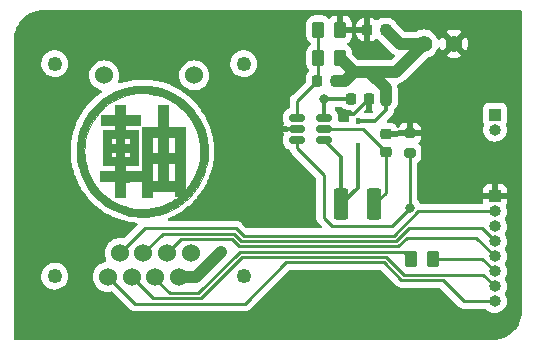
<source format=gbr>
%TF.GenerationSoftware,KiCad,Pcbnew,(6.0.5-0)*%
%TF.CreationDate,2022-09-30T17:34:07+08:00*%
%TF.ProjectId,breakout,62726561-6b6f-4757-942e-6b696361645f,rev?*%
%TF.SameCoordinates,Original*%
%TF.FileFunction,Copper,L1,Top*%
%TF.FilePolarity,Positive*%
%FSLAX46Y46*%
G04 Gerber Fmt 4.6, Leading zero omitted, Abs format (unit mm)*
G04 Created by KiCad (PCBNEW (6.0.5-0)) date 2022-09-30 17:34:07*
%MOMM*%
%LPD*%
G01*
G04 APERTURE LIST*
G04 Aperture macros list*
%AMRoundRect*
0 Rectangle with rounded corners*
0 $1 Rounding radius*
0 $2 $3 $4 $5 $6 $7 $8 $9 X,Y pos of 4 corners*
0 Add a 4 corners polygon primitive as box body*
4,1,4,$2,$3,$4,$5,$6,$7,$8,$9,$2,$3,0*
0 Add four circle primitives for the rounded corners*
1,1,$1+$1,$2,$3*
1,1,$1+$1,$4,$5*
1,1,$1+$1,$6,$7*
1,1,$1+$1,$8,$9*
0 Add four rect primitives between the rounded corners*
20,1,$1+$1,$2,$3,$4,$5,0*
20,1,$1+$1,$4,$5,$6,$7,0*
20,1,$1+$1,$6,$7,$8,$9,0*
20,1,$1+$1,$8,$9,$2,$3,0*%
G04 Aperture macros list end*
%TA.AperFunction,EtchedComponent*%
%ADD10C,0.010000*%
%TD*%
%TA.AperFunction,ComponentPad*%
%ADD11R,1.000000X1.000000*%
%TD*%
%TA.AperFunction,ComponentPad*%
%ADD12O,1.000000X1.000000*%
%TD*%
%TA.AperFunction,SMDPad,CuDef*%
%ADD13RoundRect,0.250000X0.375000X1.075000X-0.375000X1.075000X-0.375000X-1.075000X0.375000X-1.075000X0*%
%TD*%
%TA.AperFunction,ComponentPad*%
%ADD14C,1.400000*%
%TD*%
%TA.AperFunction,SMDPad,CuDef*%
%ADD15RoundRect,0.225000X0.250000X-0.225000X0.250000X0.225000X-0.250000X0.225000X-0.250000X-0.225000X0*%
%TD*%
%TA.AperFunction,SMDPad,CuDef*%
%ADD16R,0.450000X0.600000*%
%TD*%
%TA.AperFunction,SMDPad,CuDef*%
%ADD17RoundRect,0.225000X0.225000X0.250000X-0.225000X0.250000X-0.225000X-0.250000X0.225000X-0.250000X0*%
%TD*%
%TA.AperFunction,SMDPad,CuDef*%
%ADD18RoundRect,0.250000X-0.262500X-0.450000X0.262500X-0.450000X0.262500X0.450000X-0.262500X0.450000X0*%
%TD*%
%TA.AperFunction,SMDPad,CuDef*%
%ADD19RoundRect,0.250000X0.262500X0.450000X-0.262500X0.450000X-0.262500X-0.450000X0.262500X-0.450000X0*%
%TD*%
%TA.AperFunction,SMDPad,CuDef*%
%ADD20RoundRect,0.200000X-0.275000X0.200000X-0.275000X-0.200000X0.275000X-0.200000X0.275000X0.200000X0*%
%TD*%
%TA.AperFunction,SMDPad,CuDef*%
%ADD21RoundRect,0.150000X-0.512500X-0.150000X0.512500X-0.150000X0.512500X0.150000X-0.512500X0.150000X0*%
%TD*%
%TA.AperFunction,SMDPad,CuDef*%
%ADD22RoundRect,0.225000X-0.225000X-0.250000X0.225000X-0.250000X0.225000X0.250000X-0.225000X0.250000X0*%
%TD*%
%TA.AperFunction,WasherPad*%
%ADD23C,1.250000*%
%TD*%
%TA.AperFunction,ComponentPad*%
%ADD24C,1.524000*%
%TD*%
%TA.AperFunction,ViaPad*%
%ADD25C,0.800000*%
%TD*%
%TA.AperFunction,ViaPad*%
%ADD26C,1.000000*%
%TD*%
%TA.AperFunction,Conductor*%
%ADD27C,0.250000*%
%TD*%
%TA.AperFunction,Conductor*%
%ADD28C,1.000000*%
%TD*%
%TA.AperFunction,Conductor*%
%ADD29C,0.300000*%
%TD*%
G04 APERTURE END LIST*
%TO.C,H1*%
G36*
X-4952166Y4309166D02*
G01*
X-4952166Y4732500D01*
X-6179833Y4732500D01*
X-6179833Y5600333D01*
X-4952166Y5600333D01*
X-4952166Y6383500D01*
X-4105500Y6383500D01*
X-4105500Y5600333D01*
X-2877833Y5600333D01*
X-2877833Y4732500D01*
X-4105500Y4732500D01*
X-4105500Y4309166D01*
X-2983666Y4309166D01*
X-2983666Y1303500D01*
X-4105500Y1303500D01*
X-4105500Y817270D01*
X-3444041Y811676D01*
X-2782583Y806083D01*
X-2771125Y-50563D01*
X-3433021Y-56156D01*
X-4094916Y-61750D01*
X-4106112Y-1363500D01*
X-4952166Y-1363500D01*
X-4952166Y-51167D01*
X-6264500Y-51167D01*
X-6264500Y816666D01*
X-4952166Y816666D01*
X-4952166Y1303500D01*
X-6010500Y1303500D01*
X-6010500Y2002000D01*
X-5312000Y2002000D01*
X-4846333Y2002000D01*
X-4211333Y2002000D01*
X-3703333Y2002000D01*
X-3703333Y2467666D01*
X-4211333Y2467666D01*
X-4211333Y2002000D01*
X-4846333Y2002000D01*
X-4846333Y2467666D01*
X-5312000Y2467666D01*
X-5312000Y2002000D01*
X-6010500Y2002000D01*
X-6010500Y3123833D01*
X-5312000Y3123833D01*
X-4846333Y3123833D01*
X-4211333Y3123833D01*
X-3703333Y3123833D01*
X-3703333Y3610666D01*
X-4211333Y3610666D01*
X-4211333Y3123833D01*
X-4846333Y3123833D01*
X-4846333Y3610666D01*
X-5312000Y3610666D01*
X-5312000Y3123833D01*
X-6010500Y3123833D01*
X-6010500Y4309166D01*
X-4952166Y4309166D01*
G37*
D10*
X-4952166Y4309166D02*
X-4952166Y4732500D01*
X-6179833Y4732500D01*
X-6179833Y5600333D01*
X-4952166Y5600333D01*
X-4952166Y6383500D01*
X-4105500Y6383500D01*
X-4105500Y5600333D01*
X-2877833Y5600333D01*
X-2877833Y4732500D01*
X-4105500Y4732500D01*
X-4105500Y4309166D01*
X-2983666Y4309166D01*
X-2983666Y1303500D01*
X-4105500Y1303500D01*
X-4105500Y817270D01*
X-3444041Y811676D01*
X-2782583Y806083D01*
X-2771125Y-50563D01*
X-3433021Y-56156D01*
X-4094916Y-61750D01*
X-4106112Y-1363500D01*
X-4952166Y-1363500D01*
X-4952166Y-51167D01*
X-6264500Y-51167D01*
X-6264500Y816666D01*
X-4952166Y816666D01*
X-4952166Y1303500D01*
X-6010500Y1303500D01*
X-6010500Y2002000D01*
X-5312000Y2002000D01*
X-4846333Y2002000D01*
X-4211333Y2002000D01*
X-3703333Y2002000D01*
X-3703333Y2467666D01*
X-4211333Y2467666D01*
X-4211333Y2002000D01*
X-4846333Y2002000D01*
X-4846333Y2467666D01*
X-5312000Y2467666D01*
X-5312000Y2002000D01*
X-6010500Y2002000D01*
X-6010500Y3123833D01*
X-5312000Y3123833D01*
X-4846333Y3123833D01*
X-4211333Y3123833D01*
X-3703333Y3123833D01*
X-3703333Y3610666D01*
X-4211333Y3610666D01*
X-4211333Y3123833D01*
X-4846333Y3123833D01*
X-4846333Y3610666D01*
X-5312000Y3610666D01*
X-5312000Y3123833D01*
X-6010500Y3123833D01*
X-6010500Y4309166D01*
X-4952166Y4309166D01*
G36*
X-8178435Y2868206D02*
G01*
X-8167105Y3063683D01*
X-8152154Y3238881D01*
X-8133860Y3383871D01*
X-8129614Y3409583D01*
X-8061982Y3750779D01*
X-7981440Y4064817D01*
X-7883902Y4365945D01*
X-7775871Y4643290D01*
X-7569100Y5084237D01*
X-7328679Y5499738D01*
X-7053596Y5891306D01*
X-6742839Y6260455D01*
X-6582700Y6428123D01*
X-6229270Y6754167D01*
X-5850657Y7047085D01*
X-5449438Y7305633D01*
X-5028190Y7528569D01*
X-4589489Y7714650D01*
X-4135912Y7862634D01*
X-3670036Y7971279D01*
X-3254376Y8033090D01*
X-3132884Y8042869D01*
X-2980030Y8049759D01*
X-2806687Y8053760D01*
X-2623727Y8054871D01*
X-2442023Y8053092D01*
X-2272447Y8048424D01*
X-2125872Y8040867D01*
X-2035624Y8033090D01*
X-1561563Y7960107D01*
X-1099463Y7847451D01*
X-651503Y7696617D01*
X-219864Y7509100D01*
X193273Y7286395D01*
X585729Y7029997D01*
X955322Y6741402D01*
X1299873Y6422104D01*
X1617200Y6073599D01*
X1905124Y5697382D01*
X2161464Y5294948D01*
X2284019Y5071065D01*
X2475152Y4666964D01*
X2628252Y4264599D01*
X2746341Y3855384D01*
X2802539Y3598406D01*
X2838730Y3398112D01*
X2865389Y3215469D01*
X2883694Y3037387D01*
X2894826Y2850773D01*
X2899966Y2642538D01*
X2900667Y2510000D01*
X2899405Y2365702D01*
X2895909Y2219438D01*
X2890614Y2082927D01*
X2883952Y1967888D01*
X2878090Y1900624D01*
X2805303Y1427397D01*
X2693264Y967139D01*
X2543594Y521797D01*
X2357914Y93320D01*
X2137846Y-316345D01*
X1885011Y-705249D01*
X1601030Y-1071444D01*
X1287525Y-1412982D01*
X946117Y-1727916D01*
X578428Y-2014296D01*
X186079Y-2270176D01*
X-229309Y-2493606D01*
X-666114Y-2682639D01*
X-1044323Y-2812186D01*
X-1244830Y-2867079D01*
X-1470416Y-2918964D01*
X-1703827Y-2964343D01*
X-1927813Y-2999720D01*
X-2035624Y-3013090D01*
X-2136340Y-3020985D01*
X-2269374Y-3026801D01*
X-2425112Y-3030546D01*
X-2593939Y-3032227D01*
X-2766241Y-3031851D01*
X-2932405Y-3029426D01*
X-3082817Y-3024959D01*
X-3207862Y-3018456D01*
X-3280000Y-3012159D01*
X-3750215Y-2938089D01*
X-4206597Y-2825221D01*
X-4647390Y-2675333D01*
X-5070835Y-2490200D01*
X-5475177Y-2271601D01*
X-5858658Y-2021312D01*
X-6219521Y-1741110D01*
X-6556010Y-1432772D01*
X-6866366Y-1098074D01*
X-7148833Y-738795D01*
X-7401655Y-356709D01*
X-7623073Y46404D01*
X-7811332Y468769D01*
X-7964673Y908609D01*
X-8081341Y1364147D01*
X-8159577Y1833605D01*
X-8171003Y1934209D01*
X-8181962Y2082123D01*
X-8187905Y2259410D01*
X-8189113Y2456140D01*
X-8188334Y2505575D01*
X-7552491Y2505575D01*
X-7530355Y2052569D01*
X-7466618Y1596299D01*
X-7458796Y1555031D01*
X-7354200Y1124713D01*
X-7210709Y707886D01*
X-7030288Y306973D01*
X-6814904Y-75606D01*
X-6566520Y-437431D01*
X-6287104Y-776081D01*
X-5978620Y-1089134D01*
X-5643032Y-1374169D01*
X-5282308Y-1628767D01*
X-4898412Y-1850506D01*
X-4567770Y-2006086D01*
X-4146117Y-2162550D01*
X-3711883Y-2279915D01*
X-3269213Y-2357530D01*
X-2822249Y-2394745D01*
X-2375137Y-2390908D01*
X-2200500Y-2378041D01*
X-1799406Y-2323472D01*
X-1397843Y-2235088D01*
X-1005064Y-2115657D01*
X-630323Y-1967949D01*
X-320215Y-1815354D01*
X-236463Y-1767584D01*
X-137694Y-1707921D01*
X-30960Y-1641008D01*
X76682Y-1571483D01*
X178178Y-1503987D01*
X266473Y-1443161D01*
X334512Y-1393645D01*
X375242Y-1360080D01*
X380630Y-1354367D01*
X390960Y-1336688D01*
X380339Y-1326662D01*
X341640Y-1322188D01*
X268009Y-1321167D01*
X127834Y-1321167D01*
X127834Y-897834D01*
X-1819500Y-897834D01*
X-1819500Y-1363500D01*
X-2645000Y-1363500D01*
X-2645000Y-8834D01*
X-1819500Y-8834D01*
X-1290333Y-8834D01*
X-464833Y-8834D01*
X127834Y-8834D01*
X127834Y1472833D01*
X-464833Y1472833D01*
X-464833Y-8834D01*
X-1290333Y-8834D01*
X-1290333Y1472833D01*
X-1819500Y1472833D01*
X-1819500Y-8834D01*
X-2645000Y-8834D01*
X-2645000Y2361833D01*
X-1819500Y2361833D01*
X-1290333Y2361833D01*
X-464833Y2361833D01*
X127834Y2361833D01*
X127834Y3716500D01*
X-464833Y3716500D01*
X-464833Y2361833D01*
X-1290333Y2361833D01*
X-1290333Y3716500D01*
X-1819500Y3716500D01*
X-1819500Y2361833D01*
X-2645000Y2361833D01*
X-2645000Y4584333D01*
X-1311500Y4584333D01*
X-1311500Y6383500D01*
X-443666Y6383500D01*
X-443666Y4584333D01*
X974339Y4584333D01*
X979711Y1891276D01*
X985084Y-801781D01*
X1142093Y-611682D01*
X1411976Y-252855D01*
X1644469Y123037D01*
X1839693Y513439D01*
X1997773Y915800D01*
X2118832Y1327566D01*
X2202991Y1746184D01*
X2250375Y2169101D01*
X2261107Y2593764D01*
X2235308Y3017620D01*
X2173103Y3438115D01*
X2074614Y3852697D01*
X1939964Y4258813D01*
X1769276Y4653908D01*
X1562674Y5035432D01*
X1320280Y5400830D01*
X1042217Y5747548D01*
X824594Y5979593D01*
X488166Y6286514D01*
X127940Y6558942D01*
X-254047Y6795916D01*
X-655759Y6996478D01*
X-1075157Y7159668D01*
X-1510203Y7284527D01*
X-1958860Y7370097D01*
X-2188301Y7397911D01*
X-2628955Y7420259D01*
X-3069179Y7401487D01*
X-3505701Y7342714D01*
X-3935248Y7245057D01*
X-4354549Y7109635D01*
X-4760331Y6937565D01*
X-5149321Y6729967D01*
X-5518248Y6487957D01*
X-5863839Y6212654D01*
X-5988428Y6099481D01*
X-6311037Y5767558D01*
X-6597978Y5414030D01*
X-6848593Y5040935D01*
X-7062221Y4650311D01*
X-7238203Y4244195D01*
X-7375881Y3824626D01*
X-7474594Y3393641D01*
X-7533684Y2953278D01*
X-7552491Y2505575D01*
X-8188334Y2505575D01*
X-8185863Y2662382D01*
X-8178435Y2868206D01*
G37*
X-8178435Y2868206D02*
X-8167105Y3063683D01*
X-8152154Y3238881D01*
X-8133860Y3383871D01*
X-8129614Y3409583D01*
X-8061982Y3750779D01*
X-7981440Y4064817D01*
X-7883902Y4365945D01*
X-7775871Y4643290D01*
X-7569100Y5084237D01*
X-7328679Y5499738D01*
X-7053596Y5891306D01*
X-6742839Y6260455D01*
X-6582700Y6428123D01*
X-6229270Y6754167D01*
X-5850657Y7047085D01*
X-5449438Y7305633D01*
X-5028190Y7528569D01*
X-4589489Y7714650D01*
X-4135912Y7862634D01*
X-3670036Y7971279D01*
X-3254376Y8033090D01*
X-3132884Y8042869D01*
X-2980030Y8049759D01*
X-2806687Y8053760D01*
X-2623727Y8054871D01*
X-2442023Y8053092D01*
X-2272447Y8048424D01*
X-2125872Y8040867D01*
X-2035624Y8033090D01*
X-1561563Y7960107D01*
X-1099463Y7847451D01*
X-651503Y7696617D01*
X-219864Y7509100D01*
X193273Y7286395D01*
X585729Y7029997D01*
X955322Y6741402D01*
X1299873Y6422104D01*
X1617200Y6073599D01*
X1905124Y5697382D01*
X2161464Y5294948D01*
X2284019Y5071065D01*
X2475152Y4666964D01*
X2628252Y4264599D01*
X2746341Y3855384D01*
X2802539Y3598406D01*
X2838730Y3398112D01*
X2865389Y3215469D01*
X2883694Y3037387D01*
X2894826Y2850773D01*
X2899966Y2642538D01*
X2900667Y2510000D01*
X2899405Y2365702D01*
X2895909Y2219438D01*
X2890614Y2082927D01*
X2883952Y1967888D01*
X2878090Y1900624D01*
X2805303Y1427397D01*
X2693264Y967139D01*
X2543594Y521797D01*
X2357914Y93320D01*
X2137846Y-316345D01*
X1885011Y-705249D01*
X1601030Y-1071444D01*
X1287525Y-1412982D01*
X946117Y-1727916D01*
X578428Y-2014296D01*
X186079Y-2270176D01*
X-229309Y-2493606D01*
X-666114Y-2682639D01*
X-1044323Y-2812186D01*
X-1244830Y-2867079D01*
X-1470416Y-2918964D01*
X-1703827Y-2964343D01*
X-1927813Y-2999720D01*
X-2035624Y-3013090D01*
X-2136340Y-3020985D01*
X-2269374Y-3026801D01*
X-2425112Y-3030546D01*
X-2593939Y-3032227D01*
X-2766241Y-3031851D01*
X-2932405Y-3029426D01*
X-3082817Y-3024959D01*
X-3207862Y-3018456D01*
X-3280000Y-3012159D01*
X-3750215Y-2938089D01*
X-4206597Y-2825221D01*
X-4647390Y-2675333D01*
X-5070835Y-2490200D01*
X-5475177Y-2271601D01*
X-5858658Y-2021312D01*
X-6219521Y-1741110D01*
X-6556010Y-1432772D01*
X-6866366Y-1098074D01*
X-7148833Y-738795D01*
X-7401655Y-356709D01*
X-7623073Y46404D01*
X-7811332Y468769D01*
X-7964673Y908609D01*
X-8081341Y1364147D01*
X-8159577Y1833605D01*
X-8171003Y1934209D01*
X-8181962Y2082123D01*
X-8187905Y2259410D01*
X-8189113Y2456140D01*
X-8188334Y2505575D01*
X-7552491Y2505575D01*
X-7530355Y2052569D01*
X-7466618Y1596299D01*
X-7458796Y1555031D01*
X-7354200Y1124713D01*
X-7210709Y707886D01*
X-7030288Y306973D01*
X-6814904Y-75606D01*
X-6566520Y-437431D01*
X-6287104Y-776081D01*
X-5978620Y-1089134D01*
X-5643032Y-1374169D01*
X-5282308Y-1628767D01*
X-4898412Y-1850506D01*
X-4567770Y-2006086D01*
X-4146117Y-2162550D01*
X-3711883Y-2279915D01*
X-3269213Y-2357530D01*
X-2822249Y-2394745D01*
X-2375137Y-2390908D01*
X-2200500Y-2378041D01*
X-1799406Y-2323472D01*
X-1397843Y-2235088D01*
X-1005064Y-2115657D01*
X-630323Y-1967949D01*
X-320215Y-1815354D01*
X-236463Y-1767584D01*
X-137694Y-1707921D01*
X-30960Y-1641008D01*
X76682Y-1571483D01*
X178178Y-1503987D01*
X266473Y-1443161D01*
X334512Y-1393645D01*
X375242Y-1360080D01*
X380630Y-1354367D01*
X390960Y-1336688D01*
X380339Y-1326662D01*
X341640Y-1322188D01*
X268009Y-1321167D01*
X127834Y-1321167D01*
X127834Y-897834D01*
X-1819500Y-897834D01*
X-1819500Y-1363500D01*
X-2645000Y-1363500D01*
X-2645000Y-8834D01*
X-1819500Y-8834D01*
X-1290333Y-8834D01*
X-464833Y-8834D01*
X127834Y-8834D01*
X127834Y1472833D01*
X-464833Y1472833D01*
X-464833Y-8834D01*
X-1290333Y-8834D01*
X-1290333Y1472833D01*
X-1819500Y1472833D01*
X-1819500Y-8834D01*
X-2645000Y-8834D01*
X-2645000Y2361833D01*
X-1819500Y2361833D01*
X-1290333Y2361833D01*
X-464833Y2361833D01*
X127834Y2361833D01*
X127834Y3716500D01*
X-464833Y3716500D01*
X-464833Y2361833D01*
X-1290333Y2361833D01*
X-1290333Y3716500D01*
X-1819500Y3716500D01*
X-1819500Y2361833D01*
X-2645000Y2361833D01*
X-2645000Y4584333D01*
X-1311500Y4584333D01*
X-1311500Y6383500D01*
X-443666Y6383500D01*
X-443666Y4584333D01*
X974339Y4584333D01*
X979711Y1891276D01*
X985084Y-801781D01*
X1142093Y-611682D01*
X1411976Y-252855D01*
X1644469Y123037D01*
X1839693Y513439D01*
X1997773Y915800D01*
X2118832Y1327566D01*
X2202991Y1746184D01*
X2250375Y2169101D01*
X2261107Y2593764D01*
X2235308Y3017620D01*
X2173103Y3438115D01*
X2074614Y3852697D01*
X1939964Y4258813D01*
X1769276Y4653908D01*
X1562674Y5035432D01*
X1320280Y5400830D01*
X1042217Y5747548D01*
X824594Y5979593D01*
X488166Y6286514D01*
X127940Y6558942D01*
X-254047Y6795916D01*
X-655759Y6996478D01*
X-1075157Y7159668D01*
X-1510203Y7284527D01*
X-1958860Y7370097D01*
X-2188301Y7397911D01*
X-2628955Y7420259D01*
X-3069179Y7401487D01*
X-3505701Y7342714D01*
X-3935248Y7245057D01*
X-4354549Y7109635D01*
X-4760331Y6937565D01*
X-5149321Y6729967D01*
X-5518248Y6487957D01*
X-5863839Y6212654D01*
X-5988428Y6099481D01*
X-6311037Y5767558D01*
X-6597978Y5414030D01*
X-6848593Y5040935D01*
X-7062221Y4650311D01*
X-7238203Y4244195D01*
X-7375881Y3824626D01*
X-7474594Y3393641D01*
X-7533684Y2953278D01*
X-7552491Y2505575D01*
X-8188334Y2505575D01*
X-8185863Y2662382D01*
X-8178435Y2868206D01*
%TD*%
D11*
%TO.P,J2,1,Pin_1*%
%TO.N,SW1*%
X27200000Y5600000D03*
D12*
%TO.P,J2,2,Pin_2*%
%TO.N,SW2*%
X27200000Y4330000D03*
%TD*%
D13*
%TO.P,L1,1*%
%TO.N,Net-(C1-Pad1)*%
X17000000Y-2000000D03*
%TO.P,L1,2*%
%TO.N,Net-(D1-Pad2)*%
X14200000Y-2000000D03*
%TD*%
D14*
%TO.P,TP1,1,1*%
%TO.N,VCC*%
X21200000Y11600000D03*
%TO.P,TP1,2,2*%
%TO.N,GND*%
X23740000Y11600000D03*
%TD*%
D15*
%TO.P,C1,1*%
%TO.N,Net-(C1-Pad1)*%
X17999999Y2425000D03*
%TO.P,C1,2*%
%TO.N,GND*%
X17999999Y3975000D03*
%TD*%
D16*
%TO.P,D1,1,K*%
%TO.N,VCC*%
X15600000Y5050000D03*
%TO.P,D1,2,A*%
%TO.N,Net-(D1-Pad2)*%
X15600000Y2950000D03*
%TD*%
D17*
%TO.P,C2,1*%
%TO.N,VCC*%
X17950000Y12800000D03*
%TO.P,C2,2*%
%TO.N,GND*%
X16400000Y12800000D03*
%TD*%
D18*
%TO.P,R1,1*%
%TO.N,Net-(C3-Pad2)*%
X12262500Y10400000D03*
%TO.P,R1,2*%
%TO.N,VCC*%
X14087500Y10400000D03*
%TD*%
D19*
%TO.P,R2,1*%
%TO.N,SCK*%
X21952321Y-6581220D03*
%TO.P,R2,2*%
%TO.N,Net-(O1-Pad7)*%
X20127321Y-6581220D03*
%TD*%
D17*
%TO.P,C3,1*%
%TO.N,VCC*%
X13715167Y8486610D03*
%TO.P,C3,2*%
%TO.N,Net-(C3-Pad2)*%
X12165167Y8486610D03*
%TD*%
D11*
%TO.P,J1,1,Pin_1*%
%TO.N,GND*%
X27200000Y-1300000D03*
D12*
%TO.P,J1,2,Pin_2*%
%TO.N,SlaveSelect*%
X27200000Y-2570000D03*
%TO.P,J1,3,Pin_3*%
%TO.N,SHDN*%
X27200000Y-3840000D03*
%TO.P,J1,4,Pin_4*%
%TO.N,Data*%
X27200000Y-5110000D03*
%TO.P,J1,5,Pin_5*%
%TO.N,SDI*%
X27200000Y-6380000D03*
%TO.P,J1,6,Pin_6*%
%TO.N,SCK*%
X27200000Y-7650000D03*
%TO.P,J1,7,Pin_7*%
%TO.N,REST*%
X27200000Y-8920000D03*
%TO.P,J1,8,Pin_8*%
%TO.N,VDD*%
X27200000Y-10190000D03*
%TD*%
D19*
%TO.P,R3,1*%
%TO.N,GND*%
X14087500Y12800000D03*
%TO.P,R3,2*%
%TO.N,Net-(C3-Pad2)*%
X12262500Y12800000D03*
%TD*%
D20*
%TO.P,R4,1*%
%TO.N,GND*%
X20000000Y4025000D03*
%TO.P,R4,2*%
%TO.N,SHDN*%
X20000000Y2375000D03*
%TD*%
D21*
%TO.P,U1,1,FB*%
%TO.N,Net-(C3-Pad2)*%
X10462500Y5350000D03*
%TO.P,U1,2,VSS*%
%TO.N,GND*%
X10462500Y4400000D03*
%TO.P,U1,3,SHDN*%
%TO.N,SHDN*%
X10462500Y3450000D03*
%TO.P,U1,4,LX*%
%TO.N,Net-(D1-Pad2)*%
X12737500Y3450000D03*
%TO.P,U1,5,SW*%
%TO.N,Net-(C1-Pad1)*%
X12737500Y4400000D03*
%TO.P,U1,6,VCC*%
%TO.N,VDD*%
X12737500Y5350000D03*
%TD*%
D22*
%TO.P,C4,1*%
%TO.N,VDD*%
X14995000Y6955000D03*
%TO.P,C4,2*%
%TO.N,GND*%
X16545000Y6955000D03*
%TD*%
D23*
%TO.P,O1,*%
%TO.N,*%
X-10064061Y9928148D03*
X5935939Y9928148D03*
X5935939Y-8071852D03*
X-10064061Y-8071852D03*
D24*
%TO.P,O1,1,SW1*%
%TO.N,SW1*%
X-5874061Y8928148D03*
%TO.P,O1,2,SW2*%
%TO.N,SW2*%
X1745939Y8928148D03*
%TO.P,O1,3,VDD*%
%TO.N,VDD*%
X-5564061Y-8121852D03*
%TO.P,O1,4,Slave_Select*%
%TO.N,SlaveSelect*%
X-4564061Y-6121852D03*
%TO.P,O1,5,Reset*%
%TO.N,REST*%
X-3564061Y-8121852D03*
%TO.P,O1,6,Data/Command*%
%TO.N,Data*%
X-2564061Y-6121852D03*
%TO.P,O1,7,SCK*%
%TO.N,Net-(O1-Pad7)*%
X-1564061Y-8121852D03*
%TO.P,O1,8,SDI*%
%TO.N,SDI*%
X-564061Y-6121852D03*
%TO.P,O1,9,VCC*%
%TO.N,VCC*%
X435939Y-8121852D03*
%TO.P,O1,10,VSS*%
%TO.N,GND*%
X1435939Y-6121852D03*
%TD*%
D25*
%TO.N,GND*%
X14500000Y5685000D03*
X8800000Y4400000D03*
D26*
%TO.N,VCC*%
X4000000Y-6000000D03*
X18000000Y6800000D03*
D25*
%TO.N,SHDN*%
X20000000Y-2277880D03*
%TO.N,VDD*%
X12742794Y6894052D03*
%TD*%
D27*
%TO.N,Net-(C3-Pad2)*%
X12425000Y8400000D02*
X12078557Y8400000D01*
X12078557Y8400000D02*
X10462500Y6783943D01*
X10462500Y6783943D02*
X10462500Y5350000D01*
D28*
%TO.N,VCC*%
X13715167Y8486610D02*
X14523150Y8486610D01*
X14523150Y8486610D02*
X15262020Y9225480D01*
D27*
%TO.N,VDD*%
X-5564061Y-8121852D02*
X-3285913Y-10400000D01*
X24590000Y-10190000D02*
X27200000Y-10190000D01*
X9535960Y-6899040D02*
X17788442Y-6899040D01*
X-3285913Y-10400000D02*
X6035000Y-10400000D01*
X17788442Y-6899040D02*
X19289403Y-8400000D01*
X6035000Y-10400000D02*
X9535960Y-6899040D01*
X19289403Y-8400000D02*
X22800000Y-8400000D01*
X22800000Y-8400000D02*
X24590000Y-10190000D01*
%TO.N,Net-(C1-Pad1)*%
X17999999Y2425000D02*
X17999999Y-1000001D01*
X17999999Y-1000001D02*
X17000000Y-2000000D01*
X12767061Y4370439D02*
X16054560Y4370439D01*
X16054560Y4370439D02*
X17999999Y2425000D01*
D29*
%TO.N,GND*%
X10462500Y4400000D02*
X8800000Y4400000D01*
X15275000Y5685000D02*
X14500000Y5685000D01*
X16545000Y6955000D02*
X15275000Y5685000D01*
D28*
%TO.N,VCC*%
X16556988Y9225480D02*
X17950000Y7832468D01*
X15262020Y9225480D02*
X16556988Y9225480D01*
X18825480Y9225480D02*
X21200000Y11600000D01*
X14087500Y10400000D02*
X15262020Y9225480D01*
X17950000Y6850000D02*
X18000000Y6800000D01*
X1878148Y-8121852D02*
X435939Y-8121852D01*
X21200000Y11600000D02*
X19150000Y11600000D01*
X19150000Y11600000D02*
X17950000Y12800000D01*
X16556988Y9225480D02*
X18825480Y9225480D01*
D29*
X15600000Y5050000D02*
X17040000Y5050000D01*
X18000000Y6010000D02*
X18000000Y6800000D01*
X17040000Y5050000D02*
X18000000Y6010000D01*
D28*
X4000000Y-6000000D02*
X1878148Y-8121852D01*
X17950000Y7832468D02*
X17950000Y6850000D01*
D27*
%TO.N,Net-(C3-Pad2)*%
X12262500Y12800000D02*
X12262500Y10400000D01*
X12262500Y10400000D02*
X12262500Y8562500D01*
D29*
%TO.N,Net-(D1-Pad2)*%
X15600000Y2950000D02*
X15600000Y-600000D01*
X15600000Y-600000D02*
X14200000Y-2000000D01*
X12737500Y3450000D02*
X14200000Y1987500D01*
X14200000Y1987500D02*
X14200000Y-2000000D01*
D27*
%TO.N,SHDN*%
X20000000Y2375000D02*
X20000000Y-2277880D01*
X12708717Y491283D02*
X10462500Y2737500D01*
X18454640Y-3823240D02*
X13423240Y-3823240D01*
X13423240Y-3823240D02*
X12708717Y-3108717D01*
X10462500Y2737500D02*
X10462500Y3450000D01*
X20000000Y-2277880D02*
X18454640Y-3823240D01*
X12708717Y-3108717D02*
X12708717Y491283D01*
%TO.N,Data*%
X-2564061Y-6121852D02*
X-902858Y-4460649D01*
X-902858Y-4460649D02*
X5096367Y-4460649D01*
X18837252Y-5100960D02*
X19938212Y-4000000D01*
X26090000Y-4000000D02*
X27200000Y-5110000D01*
X19938212Y-4000000D02*
X26090000Y-4000000D01*
X5736678Y-5100960D02*
X18837252Y-5100960D01*
X5096367Y-4460649D02*
X5736678Y-5100960D01*
%TO.N,SDI*%
X25620000Y-4800000D02*
X27200000Y-6380000D01*
X-564061Y-6121852D02*
X647622Y-4910169D01*
X19773930Y-4800000D02*
X25620000Y-4800000D01*
X647622Y-4910169D02*
X4910169Y-4910169D01*
X4910169Y-4910169D02*
X5550480Y-5550480D01*
X19023450Y-5550480D02*
X19773930Y-4800000D01*
X5550480Y-5550480D02*
X19023450Y-5550480D01*
%TO.N,SCK*%
X26131220Y-6581220D02*
X27200000Y-7650000D01*
X21952321Y-6581220D02*
X26131220Y-6581220D01*
%TO.N,SlaveSelect*%
X18651054Y-4651440D02*
X20732494Y-2570000D01*
X5922876Y-4651440D02*
X18651054Y-4651440D01*
X-4564061Y-6121852D02*
X-2453338Y-4011129D01*
X20732494Y-2570000D02*
X27200000Y-2570000D01*
X-2453338Y-4011129D02*
X5282565Y-4011129D01*
X5282565Y-4011129D02*
X5922876Y-4651440D01*
D29*
%TO.N,VDD*%
X12742794Y6894052D02*
X14934052Y6894052D01*
X12742794Y6894052D02*
X12737500Y6888758D01*
X12737500Y6888758D02*
X12737500Y5350000D01*
D27*
%TO.N,REST*%
X26230480Y-7950480D02*
X27200000Y-8920000D01*
X17974640Y-6449520D02*
X19475600Y-7950480D01*
X19475600Y-7950480D02*
X26230480Y-7950480D01*
X2285238Y-9950480D02*
X5786199Y-6449520D01*
X-1757843Y-9950480D02*
X2285238Y-9950480D01*
X5786199Y-6449520D02*
X17974640Y-6449520D01*
X-3564061Y-8144262D02*
X-1757843Y-9950480D01*
%TO.N,Net-(O1-Pad7)*%
X2099040Y-9500960D02*
X5600002Y-6000000D01*
X19546101Y-6000000D02*
X20127321Y-6581220D01*
X-344595Y-9500960D02*
X2099040Y-9500960D01*
X5600002Y-6000000D02*
X19546101Y-6000000D01*
X-1564061Y-8281494D02*
X-344595Y-9500960D01*
%TD*%
%TA.AperFunction,Conductor*%
%TO.N,GND*%
G36*
X29433621Y14471498D02*
G01*
X29480114Y14417842D01*
X29491500Y14365500D01*
X29491500Y-10950633D01*
X29490000Y-10970018D01*
X29487690Y-10984851D01*
X29487690Y-10984855D01*
X29486309Y-10993724D01*
X29487802Y-11005137D01*
X29488558Y-11010919D01*
X29489391Y-11034863D01*
X29473794Y-11292710D01*
X29471960Y-11307814D01*
X29420477Y-11588754D01*
X29416836Y-11603527D01*
X29331859Y-11876227D01*
X29326466Y-11890445D01*
X29209243Y-12150906D01*
X29202172Y-12164379D01*
X29054405Y-12408813D01*
X29045762Y-12421334D01*
X28869615Y-12646171D01*
X28859525Y-12657560D01*
X28657560Y-12859525D01*
X28646171Y-12869615D01*
X28421334Y-13045762D01*
X28408813Y-13054405D01*
X28164379Y-13202172D01*
X28150908Y-13209242D01*
X27890445Y-13326466D01*
X27876231Y-13331858D01*
X27603527Y-13416836D01*
X27588760Y-13420475D01*
X27379786Y-13458771D01*
X27307814Y-13471960D01*
X27292710Y-13473794D01*
X27042096Y-13488953D01*
X27015284Y-13487692D01*
X27015148Y-13487690D01*
X27006276Y-13486309D01*
X26997374Y-13487473D01*
X26997372Y-13487473D01*
X26982323Y-13489441D01*
X26974714Y-13490436D01*
X26958379Y-13491500D01*
X-13365500Y-13491500D01*
X-13433621Y-13471498D01*
X-13480114Y-13417842D01*
X-13491500Y-13365500D01*
X-13491500Y-8042053D01*
X-11202027Y-8042053D01*
X-11188402Y-8249930D01*
X-11137123Y-8451843D01*
X-11049906Y-8641030D01*
X-10929674Y-8811155D01*
X-10884667Y-8854999D01*
X-10800283Y-8937202D01*
X-10780452Y-8956521D01*
X-10775656Y-8959726D01*
X-10775653Y-8959728D01*
X-10693796Y-9014423D01*
X-10607238Y-9072259D01*
X-10601930Y-9074540D01*
X-10601929Y-9074540D01*
X-10421135Y-9152215D01*
X-10421132Y-9152216D01*
X-10415832Y-9154493D01*
X-10410203Y-9155767D01*
X-10410202Y-9155767D01*
X-10218283Y-9199194D01*
X-10218278Y-9199195D01*
X-10212646Y-9200469D01*
X-10206875Y-9200696D01*
X-10206873Y-9200696D01*
X-10144553Y-9203144D01*
X-10004484Y-9208648D01*
X-9901401Y-9193702D01*
X-9804031Y-9179584D01*
X-9804026Y-9179583D01*
X-9798317Y-9178755D01*
X-9792853Y-9176900D01*
X-9792848Y-9176899D01*
X-9606518Y-9113648D01*
X-9601050Y-9111792D01*
X-9419289Y-9010001D01*
X-9259122Y-8876791D01*
X-9125912Y-8716624D01*
X-9024121Y-8534863D01*
X-8996792Y-8454354D01*
X-8959014Y-8343065D01*
X-8959013Y-8343060D01*
X-8957158Y-8337596D01*
X-8956330Y-8331887D01*
X-8956329Y-8331882D01*
X-8933558Y-8174831D01*
X-8927265Y-8131429D01*
X-8925705Y-8071852D01*
X-8944767Y-7864403D01*
X-9001314Y-7663902D01*
X-9093453Y-7477063D01*
X-9106716Y-7459301D01*
X-9214645Y-7314767D01*
X-9214646Y-7314766D01*
X-9218098Y-7310143D01*
X-9371074Y-7168733D01*
X-9404015Y-7147949D01*
X-9542378Y-7060648D01*
X-9547258Y-7057569D01*
X-9740750Y-6980374D01*
X-9945070Y-6939732D01*
X-9950845Y-6939656D01*
X-9950849Y-6939656D01*
X-10055160Y-6938291D01*
X-10153375Y-6937005D01*
X-10159072Y-6937984D01*
X-10159073Y-6937984D01*
X-10175804Y-6940859D01*
X-10358689Y-6972285D01*
X-10554136Y-7044389D01*
X-10559097Y-7047341D01*
X-10559098Y-7047341D01*
X-10670052Y-7113352D01*
X-10733170Y-7150903D01*
X-10889795Y-7288259D01*
X-10893362Y-7292784D01*
X-10893367Y-7292789D01*
X-11015145Y-7447264D01*
X-11018767Y-7451859D01*
X-11021458Y-7456975D01*
X-11021460Y-7456977D01*
X-11080632Y-7569445D01*
X-11115765Y-7636222D01*
X-11177541Y-7835174D01*
X-11202027Y-8042053D01*
X-13491500Y-8042053D01*
X-13491500Y2427366D01*
X-8703130Y2427366D01*
X-8702568Y2422948D01*
X-8702381Y2416888D01*
X-8702181Y2384193D01*
X-8701639Y2295877D01*
X-8701757Y2289604D01*
X-8701870Y2287010D01*
X-8702457Y2282183D01*
X-8702294Y2277318D01*
X-8702294Y2277315D01*
X-8701411Y2250973D01*
X-8701342Y2247527D01*
X-8701197Y2223866D01*
X-8701196Y2223858D01*
X-8701169Y2219388D01*
X-8700507Y2214958D01*
X-8700185Y2210800D01*
X-8699880Y2205297D01*
X-8696408Y2101761D01*
X-8696609Y2093224D01*
X-8696623Y2088914D01*
X-8697014Y2084071D01*
X-8696655Y2079226D01*
X-8696655Y2079225D01*
X-8695012Y2057051D01*
X-8694739Y2051966D01*
X-8693938Y2028070D01*
X-8693153Y2023649D01*
X-8693054Y2022709D01*
X-8691622Y2011300D01*
X-8685853Y1933428D01*
X-8685727Y1925729D01*
X-8685710Y1925730D01*
X-8685536Y1920874D01*
X-8685737Y1916005D01*
X-8683836Y1899269D01*
X-8682636Y1888699D01*
X-8682176Y1883792D01*
X-8680707Y1863972D01*
X-8680706Y1863963D01*
X-8680375Y1859500D01*
X-8679416Y1855134D01*
X-8679120Y1853105D01*
X-8677456Y1843087D01*
X-8676549Y1835104D01*
X-8673541Y1808620D01*
X-8672743Y1795750D01*
X-8672667Y1788648D01*
X-8671869Y1783858D01*
X-8671868Y1783850D01*
X-8668825Y1765591D01*
X-8667916Y1759099D01*
X-8666600Y1747515D01*
X-8665636Y1739024D01*
X-8664504Y1734688D01*
X-8663644Y1731392D01*
X-8661274Y1720284D01*
X-8591574Y1302048D01*
X-8590443Y1293445D01*
X-8588710Y1275495D01*
X-8585579Y1263268D01*
X-8583355Y1252730D01*
X-8581795Y1243368D01*
X-8580442Y1239106D01*
X-8580440Y1239097D01*
X-8576077Y1225354D01*
X-8574114Y1218502D01*
X-8561195Y1168061D01*
X-8467800Y803395D01*
X-8465919Y794818D01*
X-8463597Y782131D01*
X-8463595Y782124D01*
X-8462719Y777336D01*
X-8461117Y772742D01*
X-8458473Y765158D01*
X-8455390Y754940D01*
X-8452970Y745492D01*
X-8451253Y741351D01*
X-8451252Y741347D01*
X-8445850Y728317D01*
X-8443271Y721555D01*
X-8397816Y591172D01*
X-8303836Y321602D01*
X-8301205Y313101D01*
X-8296635Y296249D01*
X-8294653Y291803D01*
X-8294653Y291802D01*
X-8291268Y284207D01*
X-8287384Y274409D01*
X-8284073Y264913D01*
X-8282017Y260942D01*
X-8282012Y260930D01*
X-8275656Y248653D01*
X-8272466Y242023D01*
X-8101629Y-141256D01*
X-8098261Y-149599D01*
X-8092405Y-165751D01*
X-8086357Y-176762D01*
X-8085931Y-177537D01*
X-8081287Y-186892D01*
X-8077082Y-196326D01*
X-8074690Y-200128D01*
X-8067480Y-211589D01*
X-8063696Y-218019D01*
X-8004098Y-326522D01*
X-7863118Y-583192D01*
X-7859031Y-591314D01*
X-7851967Y-606712D01*
X-7849281Y-610771D01*
X-7844420Y-618118D01*
X-7839064Y-626984D01*
X-7833981Y-636238D01*
X-7831291Y-639817D01*
X-7823285Y-650469D01*
X-7818929Y-656642D01*
X-7590215Y-1002294D01*
X-7585442Y-1010111D01*
X-7582927Y-1014587D01*
X-7577233Y-1024724D01*
X-7574219Y-1028557D01*
X-7568668Y-1035618D01*
X-7562644Y-1043960D01*
X-7556727Y-1052903D01*
X-7550615Y-1059777D01*
X-7545024Y-1066065D01*
X-7540135Y-1071910D01*
X-7302973Y-1373565D01*
X-7284823Y-1396651D01*
X-7279413Y-1404075D01*
X-7270096Y-1417893D01*
X-7266786Y-1421462D01*
X-7266785Y-1421464D01*
X-7260605Y-1428129D01*
X-7253951Y-1435918D01*
X-7250029Y-1440906D01*
X-7247257Y-1444432D01*
X-7234571Y-1456544D01*
X-7229222Y-1461973D01*
X-7030107Y-1676705D01*
X-6948818Y-1764370D01*
X-6942807Y-1771347D01*
X-6932417Y-1784339D01*
X-6922109Y-1793785D01*
X-6914860Y-1800992D01*
X-6907475Y-1808956D01*
X-6903995Y-1811775D01*
X-6893872Y-1819976D01*
X-6888063Y-1824983D01*
X-6584045Y-2103568D01*
X-6577507Y-2110013D01*
X-6569386Y-2118624D01*
X-6569376Y-2118633D01*
X-6566044Y-2122166D01*
X-6562207Y-2125145D01*
X-6562202Y-2125150D01*
X-6555051Y-2130703D01*
X-6547211Y-2137320D01*
X-6539256Y-2144609D01*
X-6524750Y-2154523D01*
X-6518578Y-2159022D01*
X-6397326Y-2253172D01*
X-6195655Y-2409765D01*
X-6192339Y-2412340D01*
X-6185355Y-2418180D01*
X-6172814Y-2429464D01*
X-6161274Y-2436996D01*
X-6152881Y-2442978D01*
X-6144466Y-2449512D01*
X-6140581Y-2451726D01*
X-6140578Y-2451728D01*
X-6135478Y-2454634D01*
X-6131215Y-2457063D01*
X-6129085Y-2458277D01*
X-6122610Y-2462230D01*
X-5775546Y-2688752D01*
X-5768161Y-2693959D01*
X-5754572Y-2704291D01*
X-5750294Y-2706604D01*
X-5750292Y-2706605D01*
X-5742652Y-2710735D01*
X-5733704Y-2716062D01*
X-5728713Y-2719319D01*
X-5724962Y-2721767D01*
X-5708705Y-2729341D01*
X-5702018Y-2732704D01*
X-5599009Y-2788393D01*
X-5335521Y-2930843D01*
X-5327813Y-2935371D01*
X-5317297Y-2942061D01*
X-5317292Y-2942063D01*
X-5313189Y-2944674D01*
X-5308733Y-2946622D01*
X-5301000Y-2950003D01*
X-5291561Y-2954608D01*
X-5282611Y-2959447D01*
X-5278401Y-2961000D01*
X-5278394Y-2961003D01*
X-5265536Y-2965746D01*
X-5258666Y-2968512D01*
X-4874166Y-3136618D01*
X-4866208Y-3140434D01*
X-4854880Y-3146364D01*
X-4854876Y-3146366D01*
X-4850575Y-3148617D01*
X-4838254Y-3152807D01*
X-4828361Y-3156644D01*
X-4819313Y-3160600D01*
X-4814989Y-3161796D01*
X-4814987Y-3161797D01*
X-4801481Y-3165534D01*
X-4794519Y-3167679D01*
X-4393406Y-3304074D01*
X-4385264Y-3307160D01*
X-4373192Y-3312220D01*
X-4373189Y-3312221D01*
X-4368706Y-3314100D01*
X-4356377Y-3317149D01*
X-4346072Y-3320170D01*
X-4341255Y-3321808D01*
X-4341244Y-3321811D01*
X-4337006Y-3323252D01*
X-4332611Y-3324077D01*
X-4332603Y-3324079D01*
X-4318518Y-3326722D01*
X-4311514Y-3328244D01*
X-3895253Y-3431191D01*
X-3886987Y-3433537D01*
X-3869630Y-3439110D01*
X-3857369Y-3441042D01*
X-3846733Y-3443190D01*
X-3837704Y-3445423D01*
X-3818685Y-3447335D01*
X-3811689Y-3448237D01*
X-3387329Y-3515084D01*
X-3376805Y-3517205D01*
X-3369229Y-3519071D01*
X-3369226Y-3519072D01*
X-3364502Y-3520235D01*
X-3359657Y-3520658D01*
X-3359656Y-3520658D01*
X-3346698Y-3521789D01*
X-3338049Y-3522847D01*
X-3327921Y-3524442D01*
X-3327919Y-3524442D01*
X-3323483Y-3525141D01*
X-3319001Y-3525204D01*
X-3318998Y-3525204D01*
X-3310006Y-3525330D01*
X-3300822Y-3525795D01*
X-3290919Y-3526659D01*
X-3284076Y-3527670D01*
X-3284062Y-3527562D01*
X-3279236Y-3528189D01*
X-3274476Y-3529186D01*
X-3269627Y-3529438D01*
X-3269621Y-3529439D01*
X-3251479Y-3530382D01*
X-3245726Y-3530682D01*
X-3241338Y-3530987D01*
X-3215787Y-3533217D01*
X-3211307Y-3532970D01*
X-3206835Y-3533041D01*
X-3206836Y-3533074D01*
X-3199918Y-3533064D01*
X-3170200Y-3534609D01*
X-3103210Y-3558121D01*
X-3059565Y-3614118D01*
X-3053124Y-3684822D01*
X-3087647Y-3749534D01*
X-3749889Y-4411775D01*
X-4181840Y-4843726D01*
X-4244152Y-4877752D01*
X-4303547Y-4876337D01*
X-4337278Y-4867299D01*
X-4337284Y-4867298D01*
X-4342598Y-4865874D01*
X-4564061Y-4846499D01*
X-4785524Y-4865874D01*
X-4894842Y-4895166D01*
X-4994947Y-4921989D01*
X-4994949Y-4921990D01*
X-5000257Y-4923412D01*
X-5005238Y-4925734D01*
X-5005239Y-4925735D01*
X-5196750Y-5015038D01*
X-5196755Y-5015041D01*
X-5201737Y-5017364D01*
X-5206244Y-5020520D01*
X-5206246Y-5020521D01*
X-5379331Y-5141716D01*
X-5379334Y-5141718D01*
X-5383842Y-5144875D01*
X-5541038Y-5302071D01*
X-5544195Y-5306579D01*
X-5544197Y-5306582D01*
X-5665392Y-5479667D01*
X-5668549Y-5484176D01*
X-5670872Y-5489158D01*
X-5670875Y-5489163D01*
X-5745255Y-5648671D01*
X-5762501Y-5685656D01*
X-5820039Y-5900389D01*
X-5839414Y-6121852D01*
X-5820039Y-6343315D01*
X-5762501Y-6558048D01*
X-5760179Y-6563029D01*
X-5760178Y-6563030D01*
X-5700801Y-6690363D01*
X-5690140Y-6760554D01*
X-5719120Y-6825367D01*
X-5778539Y-6864224D01*
X-5785421Y-6865865D01*
X-5785524Y-6865874D01*
X-5786046Y-6866014D01*
X-5994947Y-6921989D01*
X-5994949Y-6921990D01*
X-6000257Y-6923412D01*
X-6005238Y-6925734D01*
X-6005239Y-6925735D01*
X-6196750Y-7015038D01*
X-6196755Y-7015041D01*
X-6201737Y-7017364D01*
X-6206244Y-7020520D01*
X-6206246Y-7020521D01*
X-6379331Y-7141716D01*
X-6379334Y-7141718D01*
X-6383842Y-7144875D01*
X-6541038Y-7302071D01*
X-6544195Y-7306579D01*
X-6544197Y-7306582D01*
X-6665392Y-7479667D01*
X-6668549Y-7484176D01*
X-6670872Y-7489158D01*
X-6670875Y-7489163D01*
X-6760178Y-7680674D01*
X-6762501Y-7685656D01*
X-6820039Y-7900389D01*
X-6839414Y-8121852D01*
X-6820039Y-8343315D01*
X-6814323Y-8364647D01*
X-6768713Y-8534863D01*
X-6762501Y-8558048D01*
X-6760179Y-8563029D01*
X-6760178Y-8563030D01*
X-6670875Y-8754541D01*
X-6670872Y-8754546D01*
X-6668549Y-8759528D01*
X-6665393Y-8764035D01*
X-6665392Y-8764037D01*
X-6583856Y-8880482D01*
X-6541038Y-8941633D01*
X-6383842Y-9098829D01*
X-6379334Y-9101986D01*
X-6379331Y-9101988D01*
X-6327339Y-9138393D01*
X-6201738Y-9226340D01*
X-6196756Y-9228663D01*
X-6196751Y-9228666D01*
X-6058678Y-9293050D01*
X-6000257Y-9320292D01*
X-5994949Y-9321714D01*
X-5994947Y-9321715D01*
X-5935880Y-9337542D01*
X-5785524Y-9377830D01*
X-5564061Y-9397205D01*
X-5342598Y-9377830D01*
X-5324221Y-9372906D01*
X-5303545Y-9367366D01*
X-5232568Y-9369056D01*
X-5181839Y-9399978D01*
X-3789565Y-10792253D01*
X-3782025Y-10800539D01*
X-3777913Y-10807018D01*
X-3772136Y-10812443D01*
X-3728262Y-10853643D01*
X-3725420Y-10856398D01*
X-3705683Y-10876135D01*
X-3702486Y-10878615D01*
X-3693466Y-10886318D01*
X-3661234Y-10916586D01*
X-3654288Y-10920405D01*
X-3654285Y-10920407D01*
X-3643479Y-10926348D01*
X-3626960Y-10937199D01*
X-3610954Y-10949614D01*
X-3603685Y-10952759D01*
X-3603681Y-10952762D01*
X-3570376Y-10967174D01*
X-3559726Y-10972391D01*
X-3520973Y-10993695D01*
X-3513298Y-10995666D01*
X-3513297Y-10995666D01*
X-3501351Y-10998733D01*
X-3482646Y-11005137D01*
X-3464058Y-11013181D01*
X-3456235Y-11014420D01*
X-3456225Y-11014423D01*
X-3420389Y-11020099D01*
X-3408769Y-11022505D01*
X-3376954Y-11030673D01*
X-3365943Y-11033500D01*
X-3345689Y-11033500D01*
X-3325979Y-11035051D01*
X-3305970Y-11038220D01*
X-3298078Y-11037474D01*
X-3279333Y-11035702D01*
X-3261951Y-11034059D01*
X-3250094Y-11033500D01*
X5956233Y-11033500D01*
X5967416Y-11034027D01*
X5974909Y-11035702D01*
X5982835Y-11035453D01*
X5982836Y-11035453D01*
X6042986Y-11033562D01*
X6046945Y-11033500D01*
X6074856Y-11033500D01*
X6078791Y-11033003D01*
X6078856Y-11032995D01*
X6090693Y-11032062D01*
X6122951Y-11031048D01*
X6126970Y-11030922D01*
X6134889Y-11030673D01*
X6154343Y-11025021D01*
X6173700Y-11021013D01*
X6185930Y-11019468D01*
X6185931Y-11019468D01*
X6193797Y-11018474D01*
X6201168Y-11015555D01*
X6201170Y-11015555D01*
X6234912Y-11002196D01*
X6246142Y-10998351D01*
X6280983Y-10988229D01*
X6280984Y-10988229D01*
X6288593Y-10986018D01*
X6295412Y-10981985D01*
X6295417Y-10981983D01*
X6306028Y-10975707D01*
X6323776Y-10967012D01*
X6342617Y-10959552D01*
X6378387Y-10933564D01*
X6388307Y-10927048D01*
X6419535Y-10908580D01*
X6419538Y-10908578D01*
X6426362Y-10904542D01*
X6440683Y-10890221D01*
X6455717Y-10877380D01*
X6461290Y-10873331D01*
X6472107Y-10865472D01*
X6500298Y-10831395D01*
X6508288Y-10822616D01*
X9761460Y-7569445D01*
X9823772Y-7535419D01*
X9850555Y-7532540D01*
X17473846Y-7532540D01*
X17541967Y-7552542D01*
X17562941Y-7569444D01*
X18785753Y-8792254D01*
X18793291Y-8800538D01*
X18797403Y-8807018D01*
X18824504Y-8832467D01*
X18847070Y-8853658D01*
X18849912Y-8856413D01*
X18869634Y-8876135D01*
X18872758Y-8878558D01*
X18872762Y-8878562D01*
X18872827Y-8878612D01*
X18881848Y-8886317D01*
X18914082Y-8916586D01*
X18921030Y-8920405D01*
X18921032Y-8920407D01*
X18931835Y-8926346D01*
X18948362Y-8937202D01*
X18958101Y-8944757D01*
X18958103Y-8944758D01*
X18964363Y-8949614D01*
X19004943Y-8967174D01*
X19015591Y-8972391D01*
X19054343Y-8993695D01*
X19062019Y-8995666D01*
X19062022Y-8995667D01*
X19073965Y-8998733D01*
X19092670Y-9005137D01*
X19111258Y-9013181D01*
X19119081Y-9014420D01*
X19119091Y-9014423D01*
X19154927Y-9020099D01*
X19166547Y-9022505D01*
X19201692Y-9031528D01*
X19209373Y-9033500D01*
X19229627Y-9033500D01*
X19249337Y-9035051D01*
X19269346Y-9038220D01*
X19277238Y-9037474D01*
X19313364Y-9034059D01*
X19325222Y-9033500D01*
X22485406Y-9033500D01*
X22553527Y-9053502D01*
X22574501Y-9070405D01*
X24086343Y-10582247D01*
X24093887Y-10590537D01*
X24098000Y-10597018D01*
X24103777Y-10602443D01*
X24147667Y-10643658D01*
X24150509Y-10646413D01*
X24170230Y-10666134D01*
X24173425Y-10668612D01*
X24182447Y-10676318D01*
X24214679Y-10706586D01*
X24221628Y-10710406D01*
X24232432Y-10716346D01*
X24248956Y-10727199D01*
X24264959Y-10739613D01*
X24305543Y-10757176D01*
X24316173Y-10762383D01*
X24354940Y-10783695D01*
X24362617Y-10785666D01*
X24362622Y-10785668D01*
X24374558Y-10788732D01*
X24393266Y-10795137D01*
X24411855Y-10803181D01*
X24419683Y-10804421D01*
X24419690Y-10804423D01*
X24455524Y-10810099D01*
X24467144Y-10812505D01*
X24502289Y-10821528D01*
X24509970Y-10823500D01*
X24530224Y-10823500D01*
X24549934Y-10825051D01*
X24569943Y-10828220D01*
X24577835Y-10827474D01*
X24613961Y-10824059D01*
X24625819Y-10823500D01*
X26354284Y-10823500D01*
X26422405Y-10843502D01*
X26453029Y-10871235D01*
X26471035Y-10893953D01*
X26475728Y-10897947D01*
X26475729Y-10897948D01*
X26598725Y-11002625D01*
X26621650Y-11022136D01*
X26794294Y-11118624D01*
X26982392Y-11179740D01*
X27178777Y-11203158D01*
X27184912Y-11202686D01*
X27184914Y-11202686D01*
X27369830Y-11188457D01*
X27369834Y-11188456D01*
X27375972Y-11187984D01*
X27566463Y-11134798D01*
X27571967Y-11132018D01*
X27571969Y-11132017D01*
X27737495Y-11048404D01*
X27737497Y-11048403D01*
X27742996Y-11045625D01*
X27898847Y-10923861D01*
X28007057Y-10798498D01*
X28024049Y-10778813D01*
X28024050Y-10778811D01*
X28028078Y-10774145D01*
X28125769Y-10602179D01*
X28188197Y-10414513D01*
X28212985Y-10218295D01*
X28213380Y-10190000D01*
X28194080Y-9993167D01*
X28136916Y-9803831D01*
X28044066Y-9629204D01*
X28040167Y-9624424D01*
X28039715Y-9623743D01*
X28018676Y-9555935D01*
X28035105Y-9491775D01*
X28122723Y-9337542D01*
X28122725Y-9337537D01*
X28125769Y-9332179D01*
X28188197Y-9144513D01*
X28212985Y-8948295D01*
X28213225Y-8931122D01*
X28213331Y-8923523D01*
X28213331Y-8923520D01*
X28213380Y-8920000D01*
X28194080Y-8723167D01*
X28136916Y-8533831D01*
X28044066Y-8359204D01*
X28040167Y-8354424D01*
X28039715Y-8353743D01*
X28018676Y-8285935D01*
X28035105Y-8221775D01*
X28122723Y-8067542D01*
X28122725Y-8067537D01*
X28125769Y-8062179D01*
X28188197Y-7874513D01*
X28212985Y-7678295D01*
X28213380Y-7650000D01*
X28194080Y-7453167D01*
X28136916Y-7263831D01*
X28044066Y-7089204D01*
X28040167Y-7084424D01*
X28039715Y-7083743D01*
X28018676Y-7015935D01*
X28035105Y-6951775D01*
X28041947Y-6939732D01*
X28083904Y-6865874D01*
X28122723Y-6797542D01*
X28122725Y-6797537D01*
X28125769Y-6792179D01*
X28188197Y-6604513D01*
X28212985Y-6408295D01*
X28213380Y-6380000D01*
X28194080Y-6183167D01*
X28136916Y-5993831D01*
X28044066Y-5819204D01*
X28040167Y-5814424D01*
X28039715Y-5813743D01*
X28018676Y-5745935D01*
X28035105Y-5681775D01*
X28035731Y-5680674D01*
X28113561Y-5543669D01*
X28122723Y-5527542D01*
X28122725Y-5527537D01*
X28125769Y-5522179D01*
X28188197Y-5334513D01*
X28212985Y-5138295D01*
X28213380Y-5110000D01*
X28194080Y-4913167D01*
X28173115Y-4843726D01*
X28138697Y-4729731D01*
X28136916Y-4723831D01*
X28044066Y-4549204D01*
X28040167Y-4544424D01*
X28039715Y-4543743D01*
X28018676Y-4475935D01*
X28035105Y-4411775D01*
X28122723Y-4257542D01*
X28122725Y-4257537D01*
X28125769Y-4252179D01*
X28188197Y-4064513D01*
X28212985Y-3868295D01*
X28213380Y-3840000D01*
X28194080Y-3643167D01*
X28180650Y-3598683D01*
X28159177Y-3527562D01*
X28136916Y-3453831D01*
X28044066Y-3279204D01*
X28040167Y-3274424D01*
X28039715Y-3273743D01*
X28018676Y-3205935D01*
X28035105Y-3141775D01*
X28044408Y-3125400D01*
X28080231Y-3062340D01*
X28122723Y-2987542D01*
X28122725Y-2987537D01*
X28125769Y-2982179D01*
X28188197Y-2794513D01*
X28212985Y-2598295D01*
X28213380Y-2570000D01*
X28194080Y-2373167D01*
X28177675Y-2318829D01*
X28138699Y-2189736D01*
X28138698Y-2189734D01*
X28136916Y-2183831D01*
X28134022Y-2178387D01*
X28131973Y-2173417D01*
X28124509Y-2102814D01*
X28142145Y-2062429D01*
X28140479Y-2061517D01*
X28153323Y-2038058D01*
X28198478Y-1917606D01*
X28202105Y-1902351D01*
X28207631Y-1851486D01*
X28208000Y-1844672D01*
X28208000Y-1572115D01*
X28203525Y-1556876D01*
X28202135Y-1555671D01*
X28194452Y-1554000D01*
X26210116Y-1554000D01*
X26194877Y-1558475D01*
X26193672Y-1559865D01*
X26192001Y-1567548D01*
X26192001Y-1810500D01*
X26171999Y-1878621D01*
X26118343Y-1925114D01*
X26066001Y-1936500D01*
X20924695Y-1936500D01*
X20856574Y-1916498D01*
X20815576Y-1873500D01*
X20784674Y-1819976D01*
X20739040Y-1740936D01*
X20665863Y-1659665D01*
X20635147Y-1595659D01*
X20633500Y-1575356D01*
X20633500Y-1027885D01*
X26192000Y-1027885D01*
X26196475Y-1043124D01*
X26197865Y-1044329D01*
X26205548Y-1046000D01*
X26927885Y-1046000D01*
X26943124Y-1041525D01*
X26944329Y-1040135D01*
X26946000Y-1032452D01*
X26946000Y-1027885D01*
X27454000Y-1027885D01*
X27458475Y-1043124D01*
X27459865Y-1044329D01*
X27467548Y-1046000D01*
X28189884Y-1046000D01*
X28205123Y-1041525D01*
X28206328Y-1040135D01*
X28207999Y-1032452D01*
X28207999Y-755331D01*
X28207629Y-748510D01*
X28202105Y-697648D01*
X28198479Y-682396D01*
X28153324Y-561946D01*
X28144786Y-546351D01*
X28068285Y-444276D01*
X28055724Y-431715D01*
X27953649Y-355214D01*
X27938054Y-346676D01*
X27817606Y-301522D01*
X27802351Y-297895D01*
X27751486Y-292369D01*
X27744672Y-292000D01*
X27472115Y-292000D01*
X27456876Y-296475D01*
X27455671Y-297865D01*
X27454000Y-305548D01*
X27454000Y-1027885D01*
X26946000Y-1027885D01*
X26946000Y-310116D01*
X26941525Y-294877D01*
X26940135Y-293672D01*
X26932452Y-292001D01*
X26655331Y-292001D01*
X26648510Y-292371D01*
X26597648Y-297895D01*
X26582396Y-301521D01*
X26461946Y-346676D01*
X26446351Y-355214D01*
X26344276Y-431715D01*
X26331715Y-444276D01*
X26255214Y-546351D01*
X26246676Y-561946D01*
X26201522Y-682394D01*
X26197895Y-697649D01*
X26192369Y-748514D01*
X26192000Y-755328D01*
X26192000Y-1027885D01*
X20633500Y-1027885D01*
X20633500Y1492775D01*
X20653502Y1560896D01*
X20694229Y1600551D01*
X20708880Y1609424D01*
X20715381Y1613361D01*
X20836639Y1734619D01*
X20925472Y1881301D01*
X20927791Y1888699D01*
X20974752Y2038554D01*
X20976753Y2044938D01*
X20983500Y2118365D01*
X20983499Y2631634D01*
X20982925Y2637889D01*
X20979273Y2677631D01*
X20976753Y2705062D01*
X20954664Y2775547D01*
X20927744Y2861450D01*
X20927743Y2861452D01*
X20925472Y2868699D01*
X20836639Y3015381D01*
X20740761Y3111259D01*
X20706735Y3173571D01*
X20711800Y3244386D01*
X20740761Y3289449D01*
X20830869Y3379557D01*
X20840176Y3391426D01*
X20921079Y3525012D01*
X20927285Y3538757D01*
X20974256Y3688644D01*
X20976869Y3701694D01*
X20981913Y3756586D01*
X20978525Y3768124D01*
X20977135Y3769329D01*
X20969452Y3771000D01*
X19041114Y3771000D01*
X19025875Y3766526D01*
X19024110Y3764488D01*
X18964384Y3726104D01*
X18928885Y3721000D01*
X17871999Y3721000D01*
X17803878Y3741002D01*
X17757385Y3794658D01*
X17745999Y3847000D01*
X17745999Y4103000D01*
X17766001Y4171121D01*
X17819657Y4217614D01*
X17871999Y4229000D01*
X18958885Y4229000D01*
X18974124Y4233474D01*
X18975889Y4235512D01*
X19035615Y4273896D01*
X19071114Y4279000D01*
X19727885Y4279000D01*
X19743124Y4283475D01*
X19744329Y4284865D01*
X19746000Y4292548D01*
X19746000Y4297115D01*
X20254000Y4297115D01*
X20258475Y4281876D01*
X20259865Y4280671D01*
X20267548Y4279000D01*
X20964884Y4279000D01*
X20980123Y4283475D01*
X20981328Y4284865D01*
X20982291Y4289294D01*
X20977251Y4344149D01*
X26186719Y4344149D01*
X26187235Y4338005D01*
X26200760Y4176938D01*
X26203268Y4147066D01*
X26204967Y4141142D01*
X26255762Y3963999D01*
X26257783Y3956950D01*
X26260602Y3951465D01*
X26333806Y3809027D01*
X26348187Y3781044D01*
X26471035Y3626047D01*
X26475728Y3622053D01*
X26475729Y3622052D01*
X26613712Y3504620D01*
X26621650Y3497864D01*
X26794294Y3401376D01*
X26982392Y3340260D01*
X27178777Y3316842D01*
X27184912Y3317314D01*
X27184914Y3317314D01*
X27369830Y3331543D01*
X27369834Y3331544D01*
X27375972Y3332016D01*
X27566463Y3385202D01*
X27571967Y3387982D01*
X27571969Y3387983D01*
X27737495Y3471596D01*
X27737497Y3471597D01*
X27742996Y3474375D01*
X27898847Y3596139D01*
X28010934Y3725993D01*
X28024049Y3741187D01*
X28024050Y3741189D01*
X28028078Y3745855D01*
X28125769Y3917821D01*
X28188197Y4105487D01*
X28212985Y4301705D01*
X28213380Y4330000D01*
X28194080Y4526833D01*
X28191623Y4534973D01*
X28160984Y4636453D01*
X28136916Y4716169D01*
X28134024Y4721609D01*
X28132195Y4726046D01*
X28124731Y4796650D01*
X28142512Y4837369D01*
X28140921Y4838240D01*
X28145229Y4846109D01*
X28150615Y4853295D01*
X28201745Y4989684D01*
X28208500Y5051866D01*
X28208500Y6148134D01*
X28201745Y6210316D01*
X28150615Y6346705D01*
X28063261Y6463261D01*
X27946705Y6550615D01*
X27810316Y6601745D01*
X27748134Y6608500D01*
X26651866Y6608500D01*
X26589684Y6601745D01*
X26453295Y6550615D01*
X26336739Y6463261D01*
X26249385Y6346705D01*
X26198255Y6210316D01*
X26191500Y6148134D01*
X26191500Y5051866D01*
X26198255Y4989684D01*
X26249385Y4853295D01*
X26254771Y4846108D01*
X26259079Y4838240D01*
X26256858Y4837024D01*
X26277013Y4783090D01*
X26267993Y4729395D01*
X26268567Y4729213D01*
X26266706Y4723346D01*
X26266705Y4723344D01*
X26251543Y4675547D01*
X26208765Y4540694D01*
X26186719Y4344149D01*
X20977251Y4344149D01*
X20976868Y4348315D01*
X20974257Y4361351D01*
X20927285Y4511243D01*
X20921079Y4524988D01*
X20840176Y4658574D01*
X20830869Y4670443D01*
X20720443Y4780869D01*
X20708574Y4790176D01*
X20574988Y4871079D01*
X20561243Y4877285D01*
X20411356Y4924256D01*
X20398306Y4926869D01*
X20334479Y4932734D01*
X20328691Y4933000D01*
X20272115Y4933000D01*
X20256876Y4928525D01*
X20255671Y4927135D01*
X20254000Y4919452D01*
X20254000Y4297115D01*
X19746000Y4297115D01*
X19746000Y4914884D01*
X19741525Y4930123D01*
X19740135Y4931328D01*
X19732452Y4932999D01*
X19671295Y4932999D01*
X19665546Y4932736D01*
X19601685Y4926868D01*
X19588649Y4924257D01*
X19438757Y4877285D01*
X19425012Y4871079D01*
X19291426Y4790176D01*
X19279557Y4780869D01*
X19169131Y4670443D01*
X19159824Y4658574D01*
X19102441Y4563824D01*
X19050043Y4515918D01*
X18980064Y4503945D01*
X18914720Y4531706D01*
X18887521Y4562793D01*
X18832211Y4652173D01*
X18823175Y4663574D01*
X18712570Y4773986D01*
X18701159Y4782998D01*
X18568119Y4865004D01*
X18554938Y4871151D01*
X18406185Y4920491D01*
X18392809Y4923358D01*
X18301902Y4932672D01*
X18295485Y4933000D01*
X18158450Y4933000D01*
X18090329Y4953002D01*
X18043836Y5006658D01*
X18033732Y5076932D01*
X18063226Y5141512D01*
X18069355Y5148095D01*
X18407605Y5486345D01*
X18416385Y5494335D01*
X18416387Y5494337D01*
X18423080Y5498584D01*
X18471605Y5550258D01*
X18474359Y5553099D01*
X18494927Y5573667D01*
X18497647Y5577174D01*
X18505353Y5586196D01*
X18511222Y5592446D01*
X18536972Y5619867D01*
X18540794Y5626819D01*
X18547303Y5638658D01*
X18558157Y5655182D01*
X18566445Y5665868D01*
X18571304Y5672132D01*
X18574452Y5679406D01*
X18589654Y5714535D01*
X18594876Y5725195D01*
X18613305Y5758716D01*
X18613306Y5758718D01*
X18617124Y5765663D01*
X18622459Y5786441D01*
X18628858Y5805131D01*
X18637380Y5824824D01*
X18644606Y5870448D01*
X18647013Y5882071D01*
X18654804Y5912417D01*
X18658500Y5926812D01*
X18658500Y5948259D01*
X18660051Y5967969D01*
X18661618Y5977865D01*
X18663406Y5989152D01*
X18664491Y5988980D01*
X18684320Y6049414D01*
X18698069Y6065531D01*
X18698847Y6066139D01*
X18702873Y6070803D01*
X18703558Y6071455D01*
X18703966Y6071814D01*
X18704080Y6071926D01*
X18705627Y6073425D01*
X18705730Y6073523D01*
X18706083Y6073900D01*
X18706770Y6074578D01*
X18711548Y6078447D01*
X18722545Y6091645D01*
X18768511Y6146816D01*
X18769933Y6148493D01*
X18824052Y6211190D01*
X18824055Y6211194D01*
X18828078Y6215855D01*
X18831123Y6221216D01*
X18831656Y6221971D01*
X18831990Y6222406D01*
X18832064Y6222515D01*
X18833336Y6224352D01*
X18833388Y6224426D01*
X18833672Y6224882D01*
X18834199Y6225658D01*
X18838147Y6230396D01*
X18880772Y6308574D01*
X18881821Y6310459D01*
X18883318Y6313093D01*
X18918834Y6375613D01*
X18922724Y6382460D01*
X18922726Y6382464D01*
X18925769Y6387821D01*
X18927714Y6393667D01*
X18928091Y6394515D01*
X18928330Y6394999D01*
X18928387Y6395133D01*
X18929285Y6397199D01*
X18929323Y6397284D01*
X18929505Y6397766D01*
X18929871Y6398627D01*
X18932822Y6404040D01*
X18935130Y6411402D01*
X18959429Y6488943D01*
X18960104Y6491035D01*
X18986255Y6569648D01*
X18986256Y6569651D01*
X18988197Y6575487D01*
X18988968Y6581592D01*
X18989180Y6582523D01*
X18989317Y6583031D01*
X18989339Y6583137D01*
X18989811Y6585305D01*
X18989842Y6585442D01*
X18989930Y6585966D01*
X18990123Y6586888D01*
X18991965Y6592768D01*
X19001583Y6681304D01*
X19001835Y6683450D01*
X19007026Y6724533D01*
X19012484Y6767739D01*
X19012543Y6768205D01*
X19012543Y6768208D01*
X19012985Y6771705D01*
X19013218Y6788404D01*
X19013325Y6789388D01*
X19013245Y6790306D01*
X19013380Y6800000D01*
X19004307Y6892528D01*
X19004192Y6893769D01*
X19002549Y6912554D01*
X18996087Y6986413D01*
X18994600Y6991532D01*
X18994080Y6996833D01*
X18967191Y7085897D01*
X18966887Y7086920D01*
X18963503Y7098568D01*
X18958500Y7133720D01*
X18958500Y7770628D01*
X18959237Y7784236D01*
X18962659Y7815732D01*
X18962659Y7815736D01*
X18963324Y7821857D01*
X18958950Y7871859D01*
X18958621Y7876684D01*
X18958500Y7879155D01*
X18958500Y7882237D01*
X18956297Y7904705D01*
X18954309Y7924979D01*
X18954187Y7926294D01*
X18950018Y7973949D01*
X18946087Y8018881D01*
X18944600Y8024000D01*
X18944080Y8029301D01*
X18930906Y8072936D01*
X18930365Y8143928D01*
X18968292Y8203945D01*
X19022521Y8230714D01*
X19022313Y8231400D01*
X19111314Y8258271D01*
X19112447Y8258606D01*
X19195894Y8282850D01*
X19195898Y8282852D01*
X19201816Y8284571D01*
X19206548Y8287024D01*
X19211649Y8288564D01*
X19239921Y8303596D01*
X19293740Y8332211D01*
X19294906Y8332823D01*
X19371933Y8372751D01*
X19377406Y8375588D01*
X19381569Y8378911D01*
X19386276Y8381414D01*
X19458398Y8440235D01*
X19459254Y8440926D01*
X19498453Y8472218D01*
X19500957Y8474722D01*
X19501675Y8475364D01*
X19506008Y8479065D01*
X19539542Y8506415D01*
X19568768Y8541743D01*
X19576757Y8550522D01*
X21415322Y10389087D01*
X21471806Y10421699D01*
X21609596Y10458620D01*
X21609597Y10458620D01*
X21614910Y10460044D01*
X21738674Y10517756D01*
X21801577Y10547088D01*
X21801580Y10547090D01*
X21806558Y10549411D01*
X21858440Y10585739D01*
X23090294Y10585739D01*
X23099590Y10573724D01*
X23129189Y10552999D01*
X23138677Y10547521D01*
X23320277Y10462841D01*
X23330571Y10459093D01*
X23524122Y10407231D01*
X23534909Y10405329D01*
X23734525Y10387865D01*
X23745475Y10387865D01*
X23945091Y10405329D01*
X23955878Y10407231D01*
X24149429Y10459093D01*
X24159723Y10462841D01*
X24341323Y10547521D01*
X24350811Y10552999D01*
X24381248Y10574311D01*
X24389623Y10584788D01*
X24382554Y10598236D01*
X23752812Y11227978D01*
X23738868Y11235592D01*
X23737035Y11235461D01*
X23730420Y11231210D01*
X23096724Y10597514D01*
X23090294Y10585739D01*
X21858440Y10585739D01*
X21979776Y10670699D01*
X22129301Y10820224D01*
X22250589Y10993442D01*
X22253325Y10999308D01*
X22337633Y11180108D01*
X22337634Y11180109D01*
X22339956Y11185090D01*
X22341378Y11190397D01*
X22341382Y11190408D01*
X22348553Y11217171D01*
X22385504Y11277793D01*
X22449365Y11308815D01*
X22519860Y11300386D01*
X22574606Y11255182D01*
X22591966Y11217170D01*
X22599092Y11190574D01*
X22602841Y11180277D01*
X22687521Y10998677D01*
X22692999Y10989189D01*
X22714311Y10958752D01*
X22724788Y10950377D01*
X22738236Y10957446D01*
X23367978Y11587188D01*
X23374356Y11598868D01*
X24104408Y11598868D01*
X24104539Y11597035D01*
X24108790Y11590420D01*
X24742486Y10956724D01*
X24754261Y10950294D01*
X24766276Y10959590D01*
X24787001Y10989189D01*
X24792479Y10998677D01*
X24877159Y11180277D01*
X24880907Y11190571D01*
X24932769Y11384122D01*
X24934671Y11394909D01*
X24952135Y11594525D01*
X24952135Y11605475D01*
X24934671Y11805091D01*
X24932769Y11815878D01*
X24880907Y12009429D01*
X24877159Y12019723D01*
X24792479Y12201323D01*
X24787001Y12210811D01*
X24765689Y12241248D01*
X24755212Y12249623D01*
X24741764Y12242554D01*
X24112022Y11612812D01*
X24104408Y11598868D01*
X23374356Y11598868D01*
X23375592Y11601132D01*
X23375461Y11602965D01*
X23371210Y11609580D01*
X22737514Y12243276D01*
X22725739Y12249706D01*
X22713724Y12240410D01*
X22692999Y12210811D01*
X22687521Y12201323D01*
X22602841Y12019723D01*
X22599092Y12009426D01*
X22591966Y11982830D01*
X22555014Y11922207D01*
X22491154Y11891186D01*
X22420659Y11899614D01*
X22365912Y11944817D01*
X22348553Y11982829D01*
X22341382Y12009592D01*
X22341378Y12009603D01*
X22339956Y12014910D01*
X22336253Y12022851D01*
X22252912Y12201577D01*
X22252910Y12201580D01*
X22250589Y12206558D01*
X22129301Y12379776D01*
X21979776Y12529301D01*
X21857082Y12615212D01*
X23090377Y12615212D01*
X23097446Y12601764D01*
X23727188Y11972022D01*
X23741132Y11964408D01*
X23742965Y11964539D01*
X23749580Y11968790D01*
X24383276Y12602486D01*
X24389706Y12614261D01*
X24380410Y12626276D01*
X24350811Y12647001D01*
X24341323Y12652479D01*
X24159723Y12737159D01*
X24149429Y12740907D01*
X23955878Y12792769D01*
X23945091Y12794671D01*
X23745475Y12812135D01*
X23734525Y12812135D01*
X23534909Y12794671D01*
X23524122Y12792769D01*
X23330571Y12740907D01*
X23320277Y12737159D01*
X23138677Y12652479D01*
X23129189Y12647001D01*
X23098752Y12625689D01*
X23090377Y12615212D01*
X21857082Y12615212D01*
X21806558Y12650589D01*
X21801580Y12652910D01*
X21801577Y12652912D01*
X21619892Y12737633D01*
X21619891Y12737634D01*
X21614910Y12739956D01*
X21609602Y12741378D01*
X21609600Y12741379D01*
X21415970Y12793262D01*
X21415968Y12793262D01*
X21410655Y12794686D01*
X21200000Y12813116D01*
X20989345Y12794686D01*
X20984032Y12793262D01*
X20984030Y12793262D01*
X20790400Y12741379D01*
X20790398Y12741378D01*
X20785090Y12739956D01*
X20780109Y12737634D01*
X20780108Y12737633D01*
X20598427Y12652914D01*
X20598423Y12652912D01*
X20593442Y12650589D01*
X20588940Y12647437D01*
X20588937Y12647435D01*
X20565874Y12631286D01*
X20493604Y12608500D01*
X19619926Y12608500D01*
X19551805Y12628502D01*
X19530831Y12645404D01*
X18880192Y13296042D01*
X18849763Y13345263D01*
X18846075Y13356318D01*
X18846074Y13356320D01*
X18843756Y13363268D01*
X18753752Y13508713D01*
X18632702Y13629552D01*
X18589974Y13655890D01*
X18493331Y13715462D01*
X18493329Y13715463D01*
X18487101Y13719302D01*
X18324757Y13773149D01*
X18317920Y13773849D01*
X18317918Y13773850D01*
X18276599Y13778083D01*
X18223732Y13783500D01*
X18201471Y13783500D01*
X18164637Y13789004D01*
X18150302Y13793387D01*
X18092449Y13799264D01*
X17959666Y13812752D01*
X17959661Y13812752D01*
X17953538Y13813374D01*
X17829475Y13801646D01*
X17762771Y13795341D01*
X17762769Y13795341D01*
X17756638Y13794761D01*
X17750730Y13793000D01*
X17750731Y13793000D01*
X17736476Y13788751D01*
X17700481Y13783500D01*
X17676268Y13783500D01*
X17673022Y13783163D01*
X17673018Y13783163D01*
X17643730Y13780124D01*
X17573981Y13772887D01*
X17565963Y13770212D01*
X17418676Y13721073D01*
X17418674Y13721072D01*
X17411732Y13718756D01*
X17266287Y13628752D01*
X17261114Y13623570D01*
X17255377Y13619023D01*
X17253945Y13620830D01*
X17201425Y13592098D01*
X17130605Y13597108D01*
X17094147Y13620499D01*
X17093317Y13619448D01*
X17076160Y13632998D01*
X16943120Y13715004D01*
X16929939Y13721151D01*
X16781186Y13770491D01*
X16767810Y13773358D01*
X16676903Y13782672D01*
X16671874Y13782929D01*
X16656876Y13778525D01*
X16655671Y13777135D01*
X16654000Y13769452D01*
X16654000Y11835115D01*
X16658475Y11819876D01*
X16659865Y11818671D01*
X16667548Y11817000D01*
X16670438Y11817000D01*
X16676953Y11817337D01*
X16769057Y11826894D01*
X16782456Y11829788D01*
X16931107Y11879381D01*
X16944286Y11885555D01*
X17077173Y11967788D01*
X17094311Y11981371D01*
X17095841Y11979441D01*
X17147880Y12007903D01*
X17218699Y12002887D01*
X17255617Y11979201D01*
X17256372Y11980157D01*
X17262118Y11975619D01*
X17267298Y11970448D01*
X17273528Y11966608D01*
X17273529Y11966607D01*
X17406667Y11884539D01*
X17406670Y11884538D01*
X17412899Y11880698D01*
X17419846Y11878394D01*
X17419850Y11878392D01*
X17429718Y11875119D01*
X17479145Y11844621D01*
X18393145Y10930621D01*
X18402247Y10920478D01*
X18425968Y10890975D01*
X18464456Y10858680D01*
X18468075Y10855522D01*
X18469890Y10853876D01*
X18472075Y10851691D01*
X18474455Y10849736D01*
X18474465Y10849727D01*
X18505236Y10824451D01*
X18506251Y10823609D01*
X18577474Y10763846D01*
X18582148Y10761277D01*
X18586261Y10757898D01*
X18591696Y10754984D01*
X18661584Y10717510D01*
X18712167Y10667691D01*
X18727786Y10598434D01*
X18703482Y10531727D01*
X18691137Y10517371D01*
X18444651Y10270885D01*
X18382339Y10236859D01*
X18355556Y10233980D01*
X16614892Y10233980D01*
X16602159Y10234625D01*
X16566654Y10238232D01*
X16566649Y10238232D01*
X16560526Y10238854D01*
X16518247Y10234857D01*
X16514879Y10234539D01*
X16503021Y10233980D01*
X15731946Y10233980D01*
X15663825Y10253982D01*
X15642851Y10270884D01*
X15145405Y10768329D01*
X15111380Y10830642D01*
X15108500Y10857425D01*
X15108500Y10900400D01*
X15105866Y10925790D01*
X15098238Y10999308D01*
X15098237Y10999312D01*
X15097526Y11006166D01*
X15093036Y11019626D01*
X15043868Y11166998D01*
X15041550Y11173946D01*
X14948478Y11324348D01*
X14823303Y11449305D01*
X14752352Y11493040D01*
X14704860Y11545811D01*
X14693436Y11615883D01*
X14721710Y11681006D01*
X14752166Y11707443D01*
X14817807Y11748063D01*
X14829208Y11757099D01*
X14943739Y11871829D01*
X14952751Y11883240D01*
X15037816Y12021243D01*
X15043963Y12034424D01*
X15095138Y12188710D01*
X15098005Y12202086D01*
X15107672Y12296438D01*
X15108000Y12302855D01*
X15108000Y12504562D01*
X15442000Y12504562D01*
X15442337Y12498047D01*
X15451894Y12405943D01*
X15454788Y12392544D01*
X15504381Y12243893D01*
X15510555Y12230714D01*
X15592788Y12097827D01*
X15601824Y12086426D01*
X15712429Y11976014D01*
X15723840Y11967002D01*
X15856880Y11884996D01*
X15870061Y11878849D01*
X16018814Y11829509D01*
X16032190Y11826642D01*
X16123097Y11817328D01*
X16128126Y11817071D01*
X16143124Y11821475D01*
X16144329Y11822865D01*
X16146000Y11830548D01*
X16146000Y12527885D01*
X16141525Y12543124D01*
X16140135Y12544329D01*
X16132452Y12546000D01*
X15460115Y12546000D01*
X15444876Y12541525D01*
X15443671Y12540135D01*
X15442000Y12532452D01*
X15442000Y12504562D01*
X15108000Y12504562D01*
X15108000Y12527885D01*
X15103525Y12543124D01*
X15102135Y12544329D01*
X15094452Y12546000D01*
X13959500Y12546000D01*
X13891379Y12566002D01*
X13844886Y12619658D01*
X13833500Y12672000D01*
X13833500Y13072115D01*
X14341500Y13072115D01*
X14345975Y13056876D01*
X14347365Y13055671D01*
X14355048Y13054000D01*
X15089884Y13054000D01*
X15105123Y13058475D01*
X15106328Y13059865D01*
X15107999Y13067548D01*
X15107999Y13072115D01*
X15442000Y13072115D01*
X15446475Y13056876D01*
X15447865Y13055671D01*
X15455548Y13054000D01*
X16127885Y13054000D01*
X16143124Y13058475D01*
X16144329Y13059865D01*
X16146000Y13067548D01*
X16146000Y13764885D01*
X16141525Y13780124D01*
X16140135Y13781329D01*
X16132452Y13783000D01*
X16129562Y13783000D01*
X16123047Y13782663D01*
X16030943Y13773106D01*
X16017544Y13770212D01*
X15868893Y13720619D01*
X15855714Y13714445D01*
X15722827Y13632212D01*
X15711426Y13623176D01*
X15601014Y13512571D01*
X15592002Y13501160D01*
X15509996Y13368120D01*
X15503849Y13354939D01*
X15454509Y13206186D01*
X15451642Y13192810D01*
X15442328Y13101903D01*
X15442000Y13095487D01*
X15442000Y13072115D01*
X15107999Y13072115D01*
X15107999Y13297095D01*
X15107662Y13303614D01*
X15097743Y13399206D01*
X15094851Y13412600D01*
X15043412Y13566784D01*
X15037239Y13579962D01*
X14951937Y13717807D01*
X14942901Y13729208D01*
X14828171Y13843739D01*
X14816760Y13852751D01*
X14678757Y13937816D01*
X14665576Y13943963D01*
X14511290Y13995138D01*
X14497914Y13998005D01*
X14403562Y14007672D01*
X14397145Y14008000D01*
X14359615Y14008000D01*
X14344376Y14003525D01*
X14343171Y14002135D01*
X14341500Y13994452D01*
X14341500Y13072115D01*
X13833500Y13072115D01*
X13833500Y13989884D01*
X13829025Y14005123D01*
X13827635Y14006328D01*
X13819952Y14007999D01*
X13777905Y14007999D01*
X13771386Y14007662D01*
X13675794Y13997743D01*
X13662400Y13994851D01*
X13508216Y13943412D01*
X13495038Y13937239D01*
X13357193Y13851937D01*
X13345792Y13842901D01*
X13264570Y13761538D01*
X13202287Y13727459D01*
X13131467Y13732462D01*
X13086380Y13761383D01*
X13003488Y13844130D01*
X13003483Y13844134D01*
X12998303Y13849305D01*
X12992072Y13853146D01*
X12853968Y13938275D01*
X12853966Y13938276D01*
X12847738Y13942115D01*
X12767995Y13968564D01*
X12686389Y13995632D01*
X12686387Y13995632D01*
X12679861Y13997797D01*
X12673025Y13998497D01*
X12673022Y13998498D01*
X12629969Y14002909D01*
X12575400Y14008500D01*
X11949600Y14008500D01*
X11946354Y14008163D01*
X11946350Y14008163D01*
X11850692Y13998238D01*
X11850688Y13998237D01*
X11843834Y13997526D01*
X11837298Y13995345D01*
X11837296Y13995345D01*
X11820928Y13989884D01*
X11676054Y13941550D01*
X11525652Y13848478D01*
X11400695Y13723303D01*
X11396855Y13717073D01*
X11396854Y13717072D01*
X11319819Y13592098D01*
X11307885Y13572738D01*
X11252203Y13404861D01*
X11251503Y13398025D01*
X11251502Y13398022D01*
X11247941Y13363268D01*
X11241500Y13300400D01*
X11241500Y12299600D01*
X11241837Y12296354D01*
X11241837Y12296350D01*
X11251671Y12201577D01*
X11252474Y12193834D01*
X11254655Y12187298D01*
X11254655Y12187296D01*
X11286686Y12091287D01*
X11308450Y12026054D01*
X11401522Y11875652D01*
X11406704Y11870479D01*
X11454401Y11822865D01*
X11526697Y11750695D01*
X11532929Y11746853D01*
X11532931Y11746852D01*
X11569117Y11724546D01*
X11616610Y11671774D01*
X11629000Y11617287D01*
X11629000Y11582634D01*
X11608998Y11514513D01*
X11569304Y11475491D01*
X11525652Y11448478D01*
X11400695Y11323303D01*
X11396855Y11317073D01*
X11396854Y11317072D01*
X11341936Y11227978D01*
X11307885Y11172738D01*
X11305581Y11165791D01*
X11259120Y11025714D01*
X11252203Y11004861D01*
X11241500Y10900400D01*
X11241500Y9899600D01*
X11241837Y9896354D01*
X11241837Y9896350D01*
X11245101Y9864897D01*
X11252474Y9793834D01*
X11254655Y9787298D01*
X11254655Y9787296D01*
X11266489Y9751826D01*
X11308450Y9626054D01*
X11401522Y9475652D01*
X11406704Y9470479D01*
X11432530Y9444698D01*
X11466609Y9382416D01*
X11461606Y9311595D01*
X11432687Y9266509D01*
X11360615Y9194312D01*
X11356775Y9188082D01*
X11356774Y9188081D01*
X11329684Y9144132D01*
X11270865Y9048711D01*
X11217018Y8886367D01*
X11206667Y8785342D01*
X11206667Y8476204D01*
X11186665Y8408083D01*
X11169762Y8387109D01*
X10070247Y7287595D01*
X10061961Y7280055D01*
X10055482Y7275943D01*
X10050057Y7270166D01*
X10008857Y7226292D01*
X10006102Y7223450D01*
X9986365Y7203713D01*
X9983885Y7200516D01*
X9976182Y7191496D01*
X9945914Y7159264D01*
X9942095Y7152318D01*
X9942093Y7152315D01*
X9936152Y7141509D01*
X9925301Y7124990D01*
X9912886Y7108984D01*
X9909741Y7101715D01*
X9909738Y7101711D01*
X9895326Y7068406D01*
X9890109Y7057756D01*
X9868805Y7019003D01*
X9866834Y7011328D01*
X9866834Y7011327D01*
X9863767Y6999381D01*
X9857363Y6980677D01*
X9849319Y6962088D01*
X9848080Y6954265D01*
X9848077Y6954255D01*
X9842401Y6918419D01*
X9839995Y6906799D01*
X9836650Y6893769D01*
X9829000Y6863973D01*
X9829000Y6843719D01*
X9827449Y6824009D01*
X9824280Y6804000D01*
X9825026Y6796108D01*
X9828441Y6759982D01*
X9829000Y6748124D01*
X9829000Y6245178D01*
X9808998Y6177057D01*
X9755342Y6130564D01*
X9738153Y6124181D01*
X9694012Y6111357D01*
X9694010Y6111356D01*
X9686399Y6109145D01*
X9679572Y6105108D01*
X9679573Y6105108D01*
X9550020Y6028491D01*
X9550017Y6028489D01*
X9543193Y6024453D01*
X9425547Y5906807D01*
X9421511Y5899983D01*
X9421509Y5899980D01*
X9363672Y5802183D01*
X9340855Y5763601D01*
X9338644Y5755990D01*
X9338643Y5755988D01*
X9334351Y5741213D01*
X9294438Y5603831D01*
X9293934Y5597426D01*
X9293933Y5597421D01*
X9292064Y5573667D01*
X9291500Y5566502D01*
X9291500Y5133498D01*
X9291693Y5131050D01*
X9291693Y5131042D01*
X9293411Y5109219D01*
X9294438Y5096169D01*
X9340855Y4936399D01*
X9344889Y4929577D01*
X9347128Y4924404D01*
X9355824Y4853942D01*
X9347128Y4824326D01*
X9339107Y4805790D01*
X9300061Y4671395D01*
X9300101Y4657294D01*
X9307370Y4654000D01*
X9545158Y4654000D01*
X9609297Y4636453D01*
X9686399Y4590855D01*
X9694010Y4588644D01*
X9694012Y4588643D01*
X9738333Y4575767D01*
X9846169Y4544438D01*
X9852574Y4543934D01*
X9852579Y4543933D01*
X9881042Y4541693D01*
X9881050Y4541693D01*
X9883498Y4541500D01*
X10590500Y4541500D01*
X10658621Y4521498D01*
X10705114Y4467842D01*
X10716500Y4415500D01*
X10716500Y4384500D01*
X10696498Y4316379D01*
X10642842Y4269886D01*
X10590500Y4258500D01*
X9883498Y4258500D01*
X9881050Y4258307D01*
X9881042Y4258307D01*
X9852579Y4256067D01*
X9852574Y4256066D01*
X9846169Y4255562D01*
X9782553Y4237080D01*
X9694012Y4211357D01*
X9694010Y4211356D01*
X9686399Y4209145D01*
X9679572Y4205108D01*
X9679573Y4205108D01*
X9609297Y4163547D01*
X9545158Y4146000D01*
X9313122Y4146000D01*
X9299591Y4142027D01*
X9298456Y4134129D01*
X9339107Y3994210D01*
X9347128Y3975674D01*
X9355824Y3905212D01*
X9347128Y3875596D01*
X9344889Y3870423D01*
X9340855Y3863601D01*
X9294438Y3703831D01*
X9293934Y3697426D01*
X9293933Y3697421D01*
X9293110Y3686963D01*
X9291500Y3666502D01*
X9291500Y3233498D01*
X9291693Y3231050D01*
X9291693Y3231042D01*
X9293196Y3211955D01*
X9294438Y3196169D01*
X9340855Y3036399D01*
X9344892Y3029573D01*
X9421509Y2900020D01*
X9421511Y2900017D01*
X9425547Y2893193D01*
X9543193Y2775547D01*
X9550017Y2771511D01*
X9550020Y2771509D01*
X9640433Y2718039D01*
X9686399Y2690855D01*
X9694010Y2688644D01*
X9694012Y2688643D01*
X9757708Y2670138D01*
X9817543Y2631925D01*
X9843551Y2582465D01*
X9844026Y2578703D01*
X9846944Y2571333D01*
X9846945Y2571329D01*
X9860304Y2537588D01*
X9864149Y2526358D01*
X9872205Y2498629D01*
X9876482Y2483907D01*
X9880515Y2477088D01*
X9880517Y2477083D01*
X9886793Y2466472D01*
X9895488Y2448724D01*
X9902948Y2429883D01*
X9907610Y2423467D01*
X9907610Y2423466D01*
X9928936Y2394113D01*
X9935452Y2384193D01*
X9951318Y2357366D01*
X9957958Y2346138D01*
X9972279Y2331817D01*
X9985119Y2316784D01*
X9997028Y2300393D01*
X10031105Y2272202D01*
X10039884Y2264212D01*
X12038312Y265784D01*
X12072338Y203472D01*
X12075217Y176689D01*
X12075217Y-3029950D01*
X12074690Y-3041133D01*
X12073015Y-3048626D01*
X12073264Y-3056552D01*
X12073264Y-3056553D01*
X12075155Y-3116703D01*
X12075217Y-3120662D01*
X12075217Y-3148573D01*
X12075714Y-3152507D01*
X12075714Y-3152508D01*
X12075722Y-3152573D01*
X12076655Y-3164410D01*
X12078044Y-3208606D01*
X12083695Y-3228056D01*
X12087704Y-3247417D01*
X12090243Y-3267514D01*
X12093162Y-3274885D01*
X12093162Y-3274887D01*
X12106521Y-3308629D01*
X12110366Y-3319859D01*
X12110932Y-3321808D01*
X12122699Y-3362310D01*
X12126732Y-3369129D01*
X12126734Y-3369134D01*
X12133010Y-3379745D01*
X12141705Y-3397493D01*
X12149165Y-3416334D01*
X12153827Y-3422750D01*
X12153827Y-3422751D01*
X12175153Y-3452104D01*
X12181669Y-3462024D01*
X12195128Y-3484781D01*
X12204175Y-3500079D01*
X12218496Y-3514400D01*
X12231336Y-3529433D01*
X12243245Y-3545824D01*
X12258110Y-3558121D01*
X12277310Y-3574005D01*
X12286091Y-3581995D01*
X12506940Y-3802845D01*
X12540965Y-3865157D01*
X12535900Y-3935973D01*
X12493353Y-3992808D01*
X12426832Y-4017619D01*
X12417844Y-4017940D01*
X6237471Y-4017940D01*
X6169350Y-3997938D01*
X6148375Y-3981035D01*
X5970186Y-3802845D01*
X5786212Y-3618871D01*
X5778678Y-3610592D01*
X5774565Y-3604111D01*
X5724913Y-3557485D01*
X5722072Y-3554731D01*
X5702335Y-3534994D01*
X5699138Y-3532514D01*
X5690116Y-3524809D01*
X5679759Y-3515083D01*
X5657886Y-3494543D01*
X5650940Y-3490724D01*
X5650937Y-3490722D01*
X5640131Y-3484781D01*
X5623612Y-3473930D01*
X5623148Y-3473570D01*
X5607606Y-3461515D01*
X5600337Y-3458370D01*
X5600333Y-3458367D01*
X5567028Y-3443955D01*
X5556378Y-3438738D01*
X5517625Y-3417434D01*
X5498002Y-3412396D01*
X5479299Y-3405992D01*
X5467985Y-3401096D01*
X5467984Y-3401096D01*
X5460710Y-3397948D01*
X5452887Y-3396709D01*
X5452877Y-3396706D01*
X5417041Y-3391030D01*
X5405421Y-3388624D01*
X5370276Y-3379601D01*
X5370275Y-3379601D01*
X5362595Y-3377629D01*
X5342341Y-3377629D01*
X5322630Y-3376078D01*
X5310451Y-3374149D01*
X5302622Y-3372909D01*
X5294730Y-3373655D01*
X5258604Y-3377070D01*
X5246746Y-3377629D01*
X-370743Y-3377629D01*
X-438864Y-3357627D01*
X-485357Y-3303971D01*
X-495461Y-3233697D01*
X-465967Y-3169117D01*
X-420786Y-3135993D01*
X-203154Y-3041810D01*
X-46260Y-2973913D01*
X-38151Y-2970732D01*
X-21288Y-2964785D01*
X-10037Y-2958733D01*
X-399Y-2954066D01*
X4355Y-2952009D01*
X4366Y-2952003D01*
X8473Y-2950226D01*
X12297Y-2947878D01*
X24432Y-2940427D01*
X30675Y-2936835D01*
X284391Y-2800365D01*
X409089Y-2733292D01*
X416986Y-2729394D01*
X433084Y-2722139D01*
X443974Y-2715037D01*
X453118Y-2709610D01*
X457843Y-2707069D01*
X457851Y-2707064D01*
X461796Y-2704942D01*
X476681Y-2693957D01*
X482664Y-2689804D01*
X839534Y-2457063D01*
X847152Y-2452470D01*
X858149Y-2446358D01*
X858150Y-2446357D01*
X862404Y-2443993D01*
X872800Y-2435896D01*
X881396Y-2429762D01*
X886058Y-2426722D01*
X886070Y-2426713D01*
X889819Y-2424268D01*
X893184Y-2421316D01*
X893193Y-2421309D01*
X903586Y-2412191D01*
X909257Y-2407501D01*
X1243252Y-2147364D01*
X1250510Y-2142115D01*
X1260840Y-2135189D01*
X1260846Y-2135184D01*
X1264887Y-2132475D01*
X1274679Y-2123442D01*
X1282691Y-2116647D01*
X1287199Y-2113136D01*
X1287202Y-2113133D01*
X1290737Y-2110380D01*
X1298027Y-2102814D01*
X1303335Y-2097306D01*
X1308635Y-2092120D01*
X1618492Y-1806289D01*
X1625316Y-1800431D01*
X1634963Y-1792730D01*
X1634968Y-1792725D01*
X1638769Y-1789691D01*
X1647844Y-1779805D01*
X1655232Y-1772399D01*
X1659500Y-1768462D01*
X1659504Y-1768458D01*
X1662795Y-1765422D01*
X1674206Y-1751410D01*
X1679078Y-1745778D01*
X1888825Y-1517276D01*
X1963487Y-1435938D01*
X1969800Y-1429535D01*
X1978764Y-1421071D01*
X1982300Y-1417732D01*
X1990540Y-1407107D01*
X1997287Y-1399115D01*
X2001221Y-1394830D01*
X2001225Y-1394825D01*
X2004254Y-1391525D01*
X2011391Y-1381102D01*
X2014442Y-1376646D01*
X2018837Y-1370618D01*
X2276474Y-1038394D01*
X2282227Y-1031499D01*
X2290473Y-1022302D01*
X2290482Y-1022291D01*
X2293726Y-1018672D01*
X2301020Y-1007453D01*
X2307089Y-998915D01*
X2310643Y-994333D01*
X2310646Y-994328D01*
X2313387Y-990794D01*
X2322342Y-975059D01*
X2326203Y-968717D01*
X2555681Y-615740D01*
X2560813Y-608428D01*
X2568341Y-598472D01*
X2568344Y-598468D01*
X2571279Y-594586D01*
X2577566Y-582883D01*
X2582921Y-573842D01*
X2588459Y-565323D01*
X2596123Y-548796D01*
X2599432Y-542178D01*
X2658772Y-431715D01*
X2799348Y-170028D01*
X2803806Y-162387D01*
X2813172Y-147559D01*
X2818389Y-135520D01*
X2823000Y-125999D01*
X2825603Y-121154D01*
X2825605Y-121149D01*
X2827724Y-117205D01*
X2834045Y-99927D01*
X2836762Y-93121D01*
X2859566Y-40500D01*
X2984870Y248653D01*
X3005654Y296613D01*
X3009425Y304546D01*
X3015353Y315970D01*
X3015354Y315973D01*
X3017598Y320297D01*
X3019149Y324911D01*
X3019153Y324921D01*
X3021709Y332527D01*
X3025530Y342480D01*
X3027634Y347336D01*
X3029416Y351448D01*
X3034320Y369400D01*
X3036432Y376339D01*
X3172790Y782068D01*
X3175842Y790207D01*
X3180864Y802312D01*
X3180867Y802322D01*
X3182734Y806822D01*
X3185730Y819128D01*
X3188717Y829459D01*
X3190329Y834256D01*
X3190329Y834257D01*
X3191756Y838502D01*
X3192568Y842913D01*
X3195169Y857045D01*
X3196663Y864042D01*
X3298925Y1284138D01*
X3301243Y1292421D01*
X3301568Y1293445D01*
X3306754Y1309800D01*
X3308645Y1322097D01*
X3310756Y1332744D01*
X3312953Y1341767D01*
X3314792Y1360751D01*
X3315669Y1367755D01*
X3361166Y1663555D01*
X3381238Y1794054D01*
X3383425Y1805012D01*
X3384314Y1808620D01*
X3386178Y1816194D01*
X3387826Y1835104D01*
X3388811Y1843297D01*
X3391227Y1859001D01*
X3391308Y1866748D01*
X3391355Y1871344D01*
X3391824Y1880980D01*
X3392047Y1883538D01*
X3392719Y1889564D01*
X3393255Y1893510D01*
X3394281Y1898268D01*
X3394562Y1903121D01*
X3394563Y1903128D01*
X3395871Y1925729D01*
X3396059Y1928963D01*
X3396318Y1932545D01*
X3398714Y1960036D01*
X3398467Y1964506D01*
X3398538Y1968995D01*
X3398700Y1968992D01*
X3398709Y1974720D01*
X3401007Y2014401D01*
X3401425Y2019206D01*
X3402178Y2023055D01*
X3403493Y2056945D01*
X3403607Y2059317D01*
X3405128Y2085569D01*
X3405128Y2085573D01*
X3405387Y2090047D01*
X3405057Y2093945D01*
X3405121Y2098939D01*
X3405994Y2121445D01*
X3407516Y2160687D01*
X3407757Y2164132D01*
X3408307Y2167180D01*
X3409150Y2202463D01*
X3409209Y2204332D01*
X3409793Y2219388D01*
X3410452Y2236377D01*
X3410134Y2239442D01*
X3410119Y2242983D01*
X3411829Y2314560D01*
X3412024Y2318103D01*
X3412536Y2321214D01*
X3412629Y2331817D01*
X3412844Y2356401D01*
X3412875Y2358307D01*
X3413532Y2385801D01*
X3413532Y2385806D01*
X3413639Y2390291D01*
X3413269Y2393405D01*
X3413199Y2397036D01*
X3413737Y2458599D01*
X3413807Y2466629D01*
X3413936Y2469825D01*
X3414371Y2472717D01*
X3414234Y2498629D01*
X3414184Y2508190D01*
X3414187Y2509954D01*
X3414431Y2537896D01*
X3414431Y2537898D01*
X3414470Y2542377D01*
X3414082Y2545272D01*
X3413970Y2548572D01*
X3413665Y2606336D01*
X3413782Y2611274D01*
X3414297Y2615223D01*
X3413460Y2649123D01*
X3413425Y2651528D01*
X3413288Y2677631D01*
X3413288Y2677635D01*
X3413264Y2682122D01*
X3412680Y2686048D01*
X3412423Y2691136D01*
X3409123Y2824847D01*
X3409364Y2831707D01*
X3409251Y2831709D01*
X3409337Y2836582D01*
X3409797Y2841422D01*
X3408080Y2870210D01*
X3407895Y2874581D01*
X3407371Y2895824D01*
X3407370Y2895830D01*
X3407260Y2900302D01*
X3406516Y2904721D01*
X3406087Y2909178D01*
X3406125Y2909182D01*
X3405347Y2916022D01*
X3401500Y2980500D01*
X3398431Y3031946D01*
X3398388Y3043257D01*
X3398338Y3045233D01*
X3398592Y3050104D01*
X3395903Y3076264D01*
X3395467Y3081624D01*
X3394910Y3090973D01*
X3394087Y3104768D01*
X3393107Y3109558D01*
X3391208Y3121940D01*
X3384214Y3189992D01*
X3379898Y3231979D01*
X3379390Y3242918D01*
X3379236Y3245193D01*
X3379282Y3250056D01*
X3378581Y3254862D01*
X3378580Y3254870D01*
X3375470Y3276176D01*
X3374810Y3281488D01*
X3372888Y3300186D01*
X3372885Y3300200D01*
X3372428Y3304651D01*
X3371266Y3309305D01*
X3368836Y3321623D01*
X3352472Y3433736D01*
X3351910Y3440360D01*
X3351771Y3440346D01*
X3351278Y3445187D01*
X3351159Y3450056D01*
X3350292Y3454855D01*
X3345973Y3478760D01*
X3345286Y3482964D01*
X3344575Y3487837D01*
X3341521Y3508760D01*
X3340252Y3513055D01*
X3339290Y3517441D01*
X3339349Y3517454D01*
X3337808Y3523945D01*
X3334861Y3540259D01*
X3314630Y3652226D01*
X3313770Y3659363D01*
X3313695Y3659353D01*
X3313025Y3664173D01*
X3312729Y3669034D01*
X3306675Y3696719D01*
X3305788Y3701160D01*
X3301301Y3725993D01*
X3299887Y3730245D01*
X3298778Y3734590D01*
X3298782Y3734591D01*
X3296873Y3741539D01*
X3254154Y3936883D01*
X3252252Y3947902D01*
X3251799Y3951465D01*
X3250799Y3959327D01*
X3245529Y3977591D01*
X3243500Y3985601D01*
X3241068Y3996721D01*
X3241067Y3996724D01*
X3240109Y4001105D01*
X3235796Y4012650D01*
X3232770Y4021803D01*
X3198332Y4141142D01*
X3128139Y4384383D01*
X3125953Y4393129D01*
X3122408Y4409829D01*
X3117584Y4422507D01*
X3114291Y4432371D01*
X3112643Y4438081D01*
X3111398Y4442396D01*
X3104040Y4458733D01*
X3101162Y4465667D01*
X3075642Y4532736D01*
X2963944Y4826294D01*
X2960880Y4835371D01*
X2956450Y4850362D01*
X2950033Y4863929D01*
X2946188Y4872956D01*
X2941972Y4884037D01*
X2933998Y4898433D01*
X2930324Y4905598D01*
X2923772Y4919452D01*
X2761447Y5262643D01*
X2756834Y5273739D01*
X2753655Y5282547D01*
X2743501Y5301096D01*
X2740134Y5307704D01*
X2739284Y5309501D01*
X2732450Y5323950D01*
X2726844Y5332431D01*
X2721436Y5341403D01*
X2720837Y5342498D01*
X2625647Y5516391D01*
X2620759Y5526339D01*
X2618004Y5532631D01*
X2616054Y5537085D01*
X2613444Y5541183D01*
X2613441Y5541188D01*
X2605961Y5552930D01*
X2601715Y5560110D01*
X2594190Y5573856D01*
X2586668Y5583894D01*
X2581225Y5591763D01*
X2569604Y5610008D01*
X2354147Y5948259D01*
X2350293Y5954309D01*
X2345915Y5961729D01*
X2337216Y5977700D01*
X2329636Y5987605D01*
X2323433Y5996477D01*
X2320824Y6000573D01*
X2318417Y6004352D01*
X2306002Y6018813D01*
X2301544Y6024311D01*
X2038768Y6367670D01*
X2033723Y6374757D01*
X2026504Y6385675D01*
X2026502Y6385677D01*
X2023815Y6389742D01*
X2015270Y6399127D01*
X2008390Y6407363D01*
X2005299Y6411402D01*
X2002576Y6414960D01*
X1999381Y6418092D01*
X1999368Y6418106D01*
X1989126Y6428143D01*
X1984155Y6433299D01*
X1947401Y6473664D01*
X1694939Y6750931D01*
X1689280Y6757597D01*
X1678246Y6771555D01*
X1674284Y6775227D01*
X1668805Y6780305D01*
X1661293Y6787883D01*
X1657760Y6791763D01*
X1657753Y6791770D01*
X1654736Y6795083D01*
X1640373Y6806936D01*
X1634927Y6811699D01*
X1321218Y7102416D01*
X1314961Y7108635D01*
X1306208Y7117967D01*
X1306206Y7117968D01*
X1302880Y7121515D01*
X1292641Y7129510D01*
X1284560Y7136387D01*
X1277314Y7143102D01*
X1273628Y7145652D01*
X1273620Y7145658D01*
X1262095Y7153629D01*
X1256225Y7157945D01*
X1242132Y7168950D01*
X919912Y7420553D01*
X913134Y7426240D01*
X903690Y7434746D01*
X903689Y7434747D01*
X900068Y7438008D01*
X895988Y7440673D01*
X895985Y7440676D01*
X889154Y7445139D01*
X880537Y7451301D01*
X876245Y7454652D01*
X876234Y7454659D01*
X872701Y7457418D01*
X861547Y7463815D01*
X856698Y7466596D01*
X850471Y7470411D01*
X570570Y7653274D01*
X493392Y7703696D01*
X486189Y7708770D01*
X472142Y7719424D01*
X467855Y7721735D01*
X467852Y7721737D01*
X460667Y7725610D01*
X451547Y7731034D01*
X447013Y7733996D01*
X443260Y7736448D01*
X439204Y7738340D01*
X439193Y7738346D01*
X426530Y7744252D01*
X420004Y7747529D01*
X377154Y7770628D01*
X43962Y7950239D01*
X36402Y7954662D01*
X21429Y7964138D01*
X16972Y7966074D01*
X16965Y7966078D01*
X9561Y7969294D01*
X-17Y7973946D01*
X-8659Y7978604D01*
X-26083Y7985007D01*
X-32823Y7987707D01*
X-104581Y8018881D01*
X-426001Y8158515D01*
X-433898Y8162277D01*
X-445413Y8168261D01*
X-449733Y8170506D01*
X-454351Y8172061D01*
X-461855Y8174588D01*
X-471837Y8178428D01*
X-480713Y8182284D01*
X-498770Y8187234D01*
X-505646Y8189333D01*
X-914190Y8326895D01*
X-922292Y8329937D01*
X-938978Y8336866D01*
X-951217Y8339850D01*
X-961562Y8342845D01*
X-970542Y8345869D01*
X-980861Y8347774D01*
X-989126Y8349300D01*
X-996096Y8350791D01*
X-1040876Y8361708D01*
X-1418222Y8453702D01*
X-1426477Y8456015D01*
X-1439262Y8460071D01*
X-1439263Y8460071D01*
X-1443896Y8461541D01*
X-1448692Y8462279D01*
X-1448703Y8462282D01*
X-1456121Y8463424D01*
X-1466780Y8465540D01*
X-1471400Y8466666D01*
X-1471405Y8466667D01*
X-1475758Y8467728D01*
X-1490392Y8469150D01*
X-1494825Y8469581D01*
X-1501808Y8470457D01*
X-1929316Y8536274D01*
X-1940142Y8538430D01*
X-1940531Y8538525D01*
X-1951686Y8541260D01*
X-1967506Y8542623D01*
X-1970252Y8542860D01*
X-1978602Y8543862D01*
X-1989489Y8545538D01*
X-1989496Y8545539D01*
X-1993929Y8546221D01*
X-2006626Y8546354D01*
X-2016121Y8546812D01*
X-2020728Y8547209D01*
X-2043176Y8549143D01*
X-2049878Y8550129D01*
X-2049894Y8550005D01*
X-2054719Y8550630D01*
X-2059486Y8551626D01*
X-2064346Y8551877D01*
X-2064349Y8551877D01*
X-2079144Y8552640D01*
X-2088437Y8553119D01*
X-2092741Y8553415D01*
X-2118518Y8555636D01*
X-2122995Y8555384D01*
X-2127475Y8555450D01*
X-2127474Y8555497D01*
X-2134263Y8555481D01*
X-2134573Y8555497D01*
X-2174063Y8557533D01*
X-2206862Y8559224D01*
X-2213543Y8559747D01*
X-2218333Y8560629D01*
X-2250658Y8561519D01*
X-2253660Y8561638D01*
X-2282828Y8563141D01*
X-2287296Y8562734D01*
X-2288729Y8562706D01*
X-2294672Y8562730D01*
X-2389026Y8565328D01*
X-2393387Y8565578D01*
X-2396998Y8566176D01*
X-2401861Y8566224D01*
X-2401866Y8566224D01*
X-2419699Y8566398D01*
X-2431381Y8566512D01*
X-2433560Y8566553D01*
X-2464748Y8567412D01*
X-2468369Y8566995D01*
X-2472867Y8566919D01*
X-2536932Y8567545D01*
X-2579841Y8567965D01*
X-2583592Y8568117D01*
X-2586847Y8568604D01*
X-2618401Y8568413D01*
X-2621790Y8568392D01*
X-2623787Y8568396D01*
X-2629093Y8568448D01*
X-2655567Y8568707D01*
X-2658813Y8568274D01*
X-2662674Y8568144D01*
X-2704173Y8567892D01*
X-2770971Y8567486D01*
X-2775060Y8567585D01*
X-2778548Y8568046D01*
X-2783414Y8567934D01*
X-2783421Y8567934D01*
X-2813033Y8567250D01*
X-2815177Y8567218D01*
X-2835662Y8567094D01*
X-2846673Y8567027D01*
X-2850135Y8566510D01*
X-2854402Y8566296D01*
X-2952850Y8564024D01*
X-2958743Y8564050D01*
X-2963195Y8564539D01*
X-2968054Y8564320D01*
X-2968055Y8564320D01*
X-2996122Y8563055D01*
X-2998887Y8562961D01*
X-3024250Y8562376D01*
X-3024256Y8562375D01*
X-3028738Y8562272D01*
X-3033143Y8561537D01*
X-3039271Y8561110D01*
X-3117545Y8557582D01*
X-3124490Y8557682D01*
X-3124490Y8557578D01*
X-3129366Y8557563D01*
X-3134213Y8557923D01*
X-3162891Y8555615D01*
X-3167275Y8555340D01*
X-3179659Y8554782D01*
X-3188362Y8554390D01*
X-3188365Y8554390D01*
X-3192838Y8554188D01*
X-3197241Y8553354D01*
X-3201692Y8552834D01*
X-3201696Y8552864D01*
X-3208577Y8551937D01*
X-3224633Y8550645D01*
X-3267327Y8547209D01*
X-3278293Y8546806D01*
X-3285475Y8546855D01*
X-3285479Y8546855D01*
X-3290342Y8546888D01*
X-3295157Y8546172D01*
X-3308605Y8544173D01*
X-3317022Y8543210D01*
X-3327849Y8542338D01*
X-3327858Y8542337D01*
X-3332325Y8541977D01*
X-3344029Y8539329D01*
X-3344880Y8539136D01*
X-3354156Y8537399D01*
X-3721933Y8482709D01*
X-3731063Y8481690D01*
X-3740338Y8480996D01*
X-3747704Y8480445D01*
X-3752444Y8479340D01*
X-3752448Y8479339D01*
X-3761264Y8477283D01*
X-3771340Y8475362D01*
X-3777597Y8474431D01*
X-3777600Y8474430D01*
X-3782034Y8473771D01*
X-3798859Y8468753D01*
X-3806235Y8466796D01*
X-4057996Y8408083D01*
X-4230710Y8367805D01*
X-4239138Y8366140D01*
X-4252355Y8363995D01*
X-4252360Y8363994D01*
X-4257158Y8363215D01*
X-4268960Y8359365D01*
X-4279395Y8356451D01*
X-4288440Y8354342D01*
X-4306268Y8347399D01*
X-4312890Y8345032D01*
X-4408855Y8313723D01*
X-4545566Y8269120D01*
X-4616531Y8267007D01*
X-4677374Y8303596D01*
X-4708776Y8367270D01*
X-4698841Y8442157D01*
X-4677946Y8486965D01*
X-4677944Y8486970D01*
X-4675621Y8491952D01*
X-4671745Y8506415D01*
X-4655543Y8566884D01*
X-4618083Y8706685D01*
X-4598708Y8928148D01*
X470586Y8928148D01*
X489961Y8706685D01*
X527421Y8566884D01*
X543624Y8506415D01*
X547499Y8491952D01*
X549821Y8486971D01*
X549822Y8486970D01*
X639125Y8295459D01*
X639128Y8295454D01*
X641451Y8290472D01*
X644607Y8285965D01*
X644608Y8285963D01*
X761578Y8118913D01*
X768962Y8108367D01*
X926158Y7951171D01*
X930666Y7948014D01*
X930669Y7948012D01*
X957580Y7929169D01*
X1108262Y7823660D01*
X1113244Y7821337D01*
X1113249Y7821334D01*
X1295289Y7736448D01*
X1309743Y7729708D01*
X1315051Y7728286D01*
X1315053Y7728285D01*
X1339491Y7721737D01*
X1524476Y7672170D01*
X1745939Y7652795D01*
X1967402Y7672170D01*
X2152387Y7721737D01*
X2176825Y7728285D01*
X2176827Y7728286D01*
X2182135Y7729708D01*
X2196589Y7736448D01*
X2378629Y7821334D01*
X2378634Y7821337D01*
X2383616Y7823660D01*
X2534298Y7929169D01*
X2561209Y7948012D01*
X2561212Y7948014D01*
X2565720Y7951171D01*
X2722916Y8108367D01*
X2730301Y8118913D01*
X2847270Y8285963D01*
X2847271Y8285965D01*
X2850427Y8290472D01*
X2852750Y8295454D01*
X2852753Y8295459D01*
X2942056Y8486970D01*
X2942057Y8486971D01*
X2944379Y8491952D01*
X2948255Y8506415D01*
X2964457Y8566884D01*
X3001917Y8706685D01*
X3021292Y8928148D01*
X3001917Y9149611D01*
X2944379Y9364344D01*
X2899726Y9460102D01*
X2852753Y9560837D01*
X2852750Y9560842D01*
X2850427Y9565824D01*
X2722916Y9747929D01*
X2565720Y9905125D01*
X2561212Y9908282D01*
X2561209Y9908284D01*
X2490282Y9957947D01*
X4797973Y9957947D01*
X4811598Y9750070D01*
X4862877Y9548157D01*
X4950094Y9358970D01*
X5070326Y9188845D01*
X5219548Y9043479D01*
X5224344Y9040274D01*
X5224347Y9040272D01*
X5294062Y8993690D01*
X5392762Y8927741D01*
X5398070Y8925460D01*
X5398071Y8925460D01*
X5578865Y8847785D01*
X5578868Y8847784D01*
X5584168Y8845507D01*
X5589797Y8844233D01*
X5589798Y8844233D01*
X5781717Y8800806D01*
X5781722Y8800805D01*
X5787354Y8799531D01*
X5793125Y8799304D01*
X5793127Y8799304D01*
X5855447Y8796856D01*
X5995516Y8791352D01*
X6098600Y8806299D01*
X6195969Y8820416D01*
X6195974Y8820417D01*
X6201683Y8821245D01*
X6207147Y8823100D01*
X6207152Y8823101D01*
X6393482Y8886352D01*
X6398950Y8888208D01*
X6580711Y8989999D01*
X6740878Y9123209D01*
X6874088Y9283376D01*
X6975879Y9465137D01*
X7002280Y9542911D01*
X7040986Y9656935D01*
X7040987Y9656940D01*
X7042842Y9662404D01*
X7043670Y9668113D01*
X7043671Y9668118D01*
X7072202Y9864897D01*
X7072735Y9868571D01*
X7074295Y9928148D01*
X7055233Y10135597D01*
X7041547Y10184126D01*
X7000255Y10330534D01*
X6998686Y10336098D01*
X6906547Y10522937D01*
X6793300Y10674594D01*
X6785355Y10685233D01*
X6785354Y10685234D01*
X6781902Y10689857D01*
X6628926Y10831267D01*
X6519357Y10900400D01*
X6457622Y10939352D01*
X6452742Y10942431D01*
X6259250Y11019626D01*
X6054930Y11060268D01*
X6049155Y11060344D01*
X6049151Y11060344D01*
X5944840Y11061709D01*
X5846625Y11062995D01*
X5840928Y11062016D01*
X5840927Y11062016D01*
X5824196Y11059141D01*
X5641311Y11027715D01*
X5445864Y10955611D01*
X5440903Y10952659D01*
X5440902Y10952659D01*
X5282990Y10858711D01*
X5266830Y10849097D01*
X5110205Y10711741D01*
X5106638Y10707216D01*
X5106633Y10707211D01*
X4984811Y10552680D01*
X4981233Y10548141D01*
X4978542Y10543025D01*
X4978540Y10543023D01*
X4910111Y10412961D01*
X4884235Y10363778D01*
X4882522Y10358261D01*
X4828601Y10184605D01*
X4822459Y10164826D01*
X4797973Y9957947D01*
X2490282Y9957947D01*
X2482092Y9963682D01*
X2383616Y10032636D01*
X2378634Y10034959D01*
X2378629Y10034962D01*
X2187117Y10124265D01*
X2187116Y10124266D01*
X2182135Y10126588D01*
X2176827Y10128010D01*
X2176825Y10128011D01*
X2110990Y10145651D01*
X1967402Y10184126D01*
X1745939Y10203501D01*
X1524476Y10184126D01*
X1380888Y10145651D01*
X1315053Y10128011D01*
X1315051Y10128010D01*
X1309743Y10126588D01*
X1304762Y10124266D01*
X1304761Y10124265D01*
X1113250Y10034962D01*
X1113245Y10034959D01*
X1108263Y10032636D01*
X1103756Y10029480D01*
X1103754Y10029479D01*
X930669Y9908284D01*
X930666Y9908282D01*
X926158Y9905125D01*
X768962Y9747929D01*
X641451Y9565824D01*
X639128Y9560842D01*
X639125Y9560837D01*
X592152Y9460102D01*
X547499Y9364344D01*
X489961Y9149611D01*
X470586Y8928148D01*
X-4598708Y8928148D01*
X-4618083Y9149611D01*
X-4675621Y9364344D01*
X-4720274Y9460102D01*
X-4767247Y9560837D01*
X-4767250Y9560842D01*
X-4769573Y9565824D01*
X-4897084Y9747929D01*
X-5054280Y9905125D01*
X-5058788Y9908282D01*
X-5058791Y9908284D01*
X-5137908Y9963682D01*
X-5236384Y10032636D01*
X-5241366Y10034959D01*
X-5241371Y10034962D01*
X-5432883Y10124265D01*
X-5432884Y10124266D01*
X-5437865Y10126588D01*
X-5443173Y10128010D01*
X-5443175Y10128011D01*
X-5509010Y10145651D01*
X-5652598Y10184126D01*
X-5874061Y10203501D01*
X-6095524Y10184126D01*
X-6239112Y10145651D01*
X-6304947Y10128011D01*
X-6304949Y10128010D01*
X-6310257Y10126588D01*
X-6315238Y10124266D01*
X-6315239Y10124265D01*
X-6506750Y10034962D01*
X-6506755Y10034959D01*
X-6511737Y10032636D01*
X-6516244Y10029480D01*
X-6516246Y10029479D01*
X-6689331Y9908284D01*
X-6689334Y9908282D01*
X-6693842Y9905125D01*
X-6851038Y9747929D01*
X-6978549Y9565824D01*
X-6980872Y9560842D01*
X-6980875Y9560837D01*
X-7027848Y9460102D01*
X-7072501Y9364344D01*
X-7130039Y9149611D01*
X-7149414Y8928148D01*
X-7130039Y8706685D01*
X-7092579Y8566884D01*
X-7076376Y8506415D01*
X-7072501Y8491952D01*
X-7070179Y8486971D01*
X-7070178Y8486970D01*
X-6980875Y8295459D01*
X-6980872Y8295454D01*
X-6978549Y8290472D01*
X-6975393Y8285965D01*
X-6975392Y8285963D01*
X-6858422Y8118913D01*
X-6851038Y8108367D01*
X-6693842Y7951171D01*
X-6689334Y7948014D01*
X-6689331Y7948012D01*
X-6662420Y7929169D01*
X-6511738Y7823660D01*
X-6506756Y7821337D01*
X-6506751Y7821334D01*
X-6324711Y7736448D01*
X-6310257Y7729708D01*
X-6182400Y7695449D01*
X-6121779Y7658497D01*
X-6090757Y7594636D01*
X-6099186Y7524142D01*
X-6137909Y7474087D01*
X-6143097Y7470073D01*
X-6151938Y7463822D01*
X-6159801Y7458755D01*
X-6168392Y7451301D01*
X-6174190Y7446270D01*
X-6179665Y7441782D01*
X-6525861Y7173944D01*
X-6532790Y7168950D01*
X-6544005Y7161430D01*
X-6544009Y7161427D01*
X-6548052Y7158716D01*
X-6551626Y7155419D01*
X-6551636Y7155411D01*
X-6557074Y7150394D01*
X-6565408Y7143348D01*
X-6572646Y7137748D01*
X-6575767Y7134530D01*
X-6575768Y7134529D01*
X-6586052Y7123925D01*
X-6591066Y7119035D01*
X-6651857Y7062954D01*
X-6898276Y6835629D01*
X-6909098Y6825646D01*
X-6917890Y6818248D01*
X-6922554Y6814674D01*
X-6922560Y6814669D01*
X-6926414Y6811715D01*
X-6932377Y6805472D01*
X-6940070Y6797418D01*
X-6945746Y6791839D01*
X-6954690Y6783588D01*
X-6954696Y6783581D01*
X-6957981Y6780551D01*
X-6960803Y6777085D01*
X-6960812Y6777076D01*
X-6965270Y6771601D01*
X-6971856Y6764137D01*
X-7093600Y6636670D01*
X-7101954Y6628689D01*
X-7109916Y6621753D01*
X-7122761Y6606494D01*
X-7128028Y6600622D01*
X-7139645Y6588459D01*
X-7142246Y6584817D01*
X-7142251Y6584811D01*
X-7146256Y6579203D01*
X-7152398Y6571288D01*
X-7298879Y6397284D01*
X-7432215Y6238895D01*
X-7437873Y6232614D01*
X-7450781Y6219218D01*
X-7457724Y6209335D01*
X-7464418Y6200639D01*
X-7470177Y6193799D01*
X-7480487Y6177263D01*
X-7484289Y6171521D01*
X-7670372Y5906640D01*
X-7736260Y5812851D01*
X-7741310Y5806149D01*
X-7753104Y5791535D01*
X-7759065Y5781233D01*
X-7765010Y5771928D01*
X-7770051Y5764752D01*
X-7772084Y5760751D01*
X-7772089Y5760743D01*
X-7778954Y5747234D01*
X-7782222Y5741213D01*
X-8002315Y5360844D01*
X-8006877Y5353549D01*
X-8017040Y5338465D01*
X-8019106Y5334059D01*
X-8022325Y5327194D01*
X-8027349Y5317580D01*
X-8029775Y5313388D01*
X-8029782Y5313375D01*
X-8032023Y5309501D01*
X-8033694Y5305344D01*
X-8033696Y5305341D01*
X-8039133Y5291819D01*
X-8041956Y5285331D01*
X-8228717Y4887055D01*
X-8233823Y4877299D01*
X-8239836Y4866939D01*
X-8244898Y4853942D01*
X-8246570Y4849650D01*
X-8249898Y4841887D01*
X-8254542Y4831984D01*
X-8254546Y4831974D01*
X-8256446Y4827922D01*
X-8260173Y4815709D01*
X-8263277Y4806759D01*
X-8293411Y4729395D01*
X-8348236Y4588643D01*
X-8351048Y4581425D01*
X-8355989Y4570349D01*
X-8357892Y4566582D01*
X-8357895Y4566575D01*
X-8360089Y4562231D01*
X-8361591Y4557596D01*
X-8361592Y4557592D01*
X-8366682Y4541878D01*
X-8369136Y4534989D01*
X-8375766Y4517968D01*
X-8376782Y4513614D01*
X-8376786Y4513600D01*
X-8378012Y4508343D01*
X-8380848Y4498142D01*
X-8404153Y4426193D01*
X-8459422Y4255562D01*
X-8460726Y4251537D01*
X-8464806Y4240677D01*
X-8468904Y4231132D01*
X-8470114Y4226414D01*
X-8473897Y4211665D01*
X-8476074Y4204154D01*
X-8481314Y4187976D01*
X-8482077Y4183560D01*
X-8482077Y4183558D01*
X-8483220Y4176938D01*
X-8485332Y4167077D01*
X-8547758Y3923674D01*
X-8551404Y3909460D01*
X-8555098Y3897545D01*
X-8557905Y3889858D01*
X-8560732Y3875596D01*
X-8562241Y3867984D01*
X-8563786Y3861184D01*
X-8567424Y3847000D01*
X-8568543Y3842635D01*
X-8569518Y3833710D01*
X-8571175Y3822913D01*
X-8599689Y3679060D01*
X-8625629Y3548198D01*
X-8627227Y3542108D01*
X-8627050Y3542064D01*
X-8628209Y3537345D01*
X-8629735Y3532712D01*
X-8634377Y3504602D01*
X-8636026Y3497295D01*
X-8635987Y3497287D01*
X-8636965Y3492528D01*
X-8638314Y3487837D01*
X-8638925Y3482993D01*
X-8639022Y3482226D01*
X-8639097Y3481763D01*
X-8639612Y3477655D01*
X-8640483Y3473261D01*
X-8640722Y3468790D01*
X-8641281Y3464331D01*
X-8641283Y3464331D01*
X-8641292Y3464240D01*
X-8641794Y3460254D01*
X-8642482Y3455518D01*
X-8646505Y3431159D01*
X-8646601Y3426683D01*
X-8646881Y3423667D01*
X-8647539Y3414727D01*
X-8651976Y3379557D01*
X-8656999Y3339745D01*
X-8658528Y3331459D01*
X-8659238Y3327126D01*
X-8660393Y3322398D01*
X-8660806Y3317553D01*
X-8660807Y3317550D01*
X-8661510Y3309305D01*
X-8662403Y3298840D01*
X-8662696Y3295410D01*
X-8663229Y3290372D01*
X-8666230Y3266583D01*
X-8666155Y3262101D01*
X-8666207Y3261146D01*
X-8666600Y3249670D01*
X-8675378Y3146803D01*
X-8676070Y3140544D01*
X-8676404Y3138088D01*
X-8677430Y3133328D01*
X-8679217Y3102485D01*
X-8679240Y3102096D01*
X-8679484Y3098683D01*
X-8681880Y3070610D01*
X-8681624Y3066132D01*
X-8681680Y3062100D01*
X-8681879Y3056569D01*
X-8688817Y2936876D01*
X-8689315Y2931073D01*
X-8690158Y2926699D01*
X-8690333Y2921840D01*
X-8690334Y2921834D01*
X-8691348Y2893720D01*
X-8691477Y2890978D01*
X-8693208Y2861112D01*
X-8692834Y2856690D01*
X-8692903Y2850625D01*
X-8697625Y2719812D01*
X-8697964Y2714568D01*
X-8698669Y2710466D01*
X-8698746Y2705596D01*
X-8698746Y2705594D01*
X-8699197Y2676998D01*
X-8699263Y2674444D01*
X-8700359Y2644057D01*
X-8699919Y2639931D01*
X-8699866Y2634501D01*
X-8700093Y2620083D01*
X-8700624Y2586433D01*
X-8700797Y2584325D01*
X-8701416Y2582256D01*
X-8701868Y2508190D01*
X-8701872Y2507592D01*
X-8701885Y2506387D01*
X-8701934Y2503261D01*
X-8702189Y2497398D01*
X-8702849Y2492985D01*
X-8702702Y2469113D01*
X-8702646Y2459945D01*
X-8702660Y2457211D01*
X-8703130Y2427366D01*
X-13491500Y2427366D01*
X-13491500Y9957947D01*
X-11202027Y9957947D01*
X-11188402Y9750070D01*
X-11137123Y9548157D01*
X-11049906Y9358970D01*
X-10929674Y9188845D01*
X-10780452Y9043479D01*
X-10775656Y9040274D01*
X-10775653Y9040272D01*
X-10705938Y8993690D01*
X-10607238Y8927741D01*
X-10601930Y8925460D01*
X-10601929Y8925460D01*
X-10421135Y8847785D01*
X-10421132Y8847784D01*
X-10415832Y8845507D01*
X-10410203Y8844233D01*
X-10410202Y8844233D01*
X-10218283Y8800806D01*
X-10218278Y8800805D01*
X-10212646Y8799531D01*
X-10206875Y8799304D01*
X-10206873Y8799304D01*
X-10144553Y8796856D01*
X-10004484Y8791352D01*
X-9901401Y8806298D01*
X-9804031Y8820416D01*
X-9804026Y8820417D01*
X-9798317Y8821245D01*
X-9792853Y8823100D01*
X-9792848Y8823101D01*
X-9606518Y8886352D01*
X-9601050Y8888208D01*
X-9419289Y8989999D01*
X-9259122Y9123209D01*
X-9125912Y9283376D01*
X-9024121Y9465137D01*
X-8997720Y9542911D01*
X-8959014Y9656935D01*
X-8959013Y9656940D01*
X-8957158Y9662404D01*
X-8956330Y9668113D01*
X-8956329Y9668118D01*
X-8927798Y9864897D01*
X-8927265Y9868571D01*
X-8925705Y9928148D01*
X-8944767Y10135597D01*
X-8958453Y10184126D01*
X-8999745Y10330534D01*
X-9001314Y10336098D01*
X-9093453Y10522937D01*
X-9206700Y10674594D01*
X-9214645Y10685233D01*
X-9214646Y10685234D01*
X-9218098Y10689857D01*
X-9371074Y10831267D01*
X-9480643Y10900400D01*
X-9542378Y10939352D01*
X-9547258Y10942431D01*
X-9740750Y11019626D01*
X-9945070Y11060268D01*
X-9950845Y11060344D01*
X-9950849Y11060344D01*
X-10055160Y11061709D01*
X-10153375Y11062995D01*
X-10159072Y11062016D01*
X-10159073Y11062016D01*
X-10175804Y11059141D01*
X-10358689Y11027715D01*
X-10554136Y10955611D01*
X-10559097Y10952659D01*
X-10559098Y10952659D01*
X-10717010Y10858711D01*
X-10733170Y10849097D01*
X-10889795Y10711741D01*
X-10893362Y10707216D01*
X-10893367Y10707211D01*
X-11015189Y10552680D01*
X-11018767Y10548141D01*
X-11021458Y10543025D01*
X-11021460Y10543023D01*
X-11089889Y10412961D01*
X-11115765Y10363778D01*
X-11117478Y10358261D01*
X-11171399Y10184605D01*
X-11177541Y10164826D01*
X-11202027Y9957947D01*
X-13491500Y9957947D01*
X-13491500Y11950633D01*
X-13490000Y11970018D01*
X-13487690Y11984851D01*
X-13487690Y11984855D01*
X-13486309Y11993724D01*
X-13488558Y12010923D01*
X-13489391Y12034863D01*
X-13473794Y12292710D01*
X-13471960Y12307814D01*
X-13420475Y12588757D01*
X-13416834Y12603530D01*
X-13357712Y12793262D01*
X-13331858Y12876229D01*
X-13326464Y12890451D01*
X-13246758Y13067548D01*
X-13209241Y13150908D01*
X-13202171Y13164379D01*
X-13118010Y13303598D01*
X-13054407Y13408810D01*
X-13045765Y13421331D01*
X-12978097Y13507702D01*
X-12869610Y13646176D01*
X-12859520Y13657564D01*
X-12657564Y13859520D01*
X-12646176Y13869610D01*
X-12551393Y13943868D01*
X-12421330Y14045766D01*
X-12408809Y14054408D01*
X-12164379Y14202171D01*
X-12150906Y14209242D01*
X-12108221Y14228453D01*
X-11890447Y14326466D01*
X-11876229Y14331858D01*
X-11603530Y14416834D01*
X-11588757Y14420475D01*
X-11307814Y14471960D01*
X-11292710Y14473794D01*
X-11042096Y14488953D01*
X-11015284Y14487692D01*
X-11015148Y14487690D01*
X-11006276Y14486309D01*
X-10997374Y14487473D01*
X-10997372Y14487473D01*
X-10982323Y14489441D01*
X-10974714Y14490436D01*
X-10958379Y14491500D01*
X29365500Y14491500D01*
X29433621Y14471498D01*
G37*
%TD.AperFunction*%
%TA.AperFunction,Conductor*%
G36*
X14217996Y6215550D02*
G01*
X14238893Y6198725D01*
X14287128Y6150574D01*
X14312298Y6125448D01*
X14318528Y6121608D01*
X14318529Y6121607D01*
X14435648Y6049414D01*
X14457899Y6035698D01*
X14620243Y5981851D01*
X14627080Y5981151D01*
X14627082Y5981150D01*
X14660756Y5977700D01*
X14721268Y5971500D01*
X14978088Y5971500D01*
X15046209Y5951498D01*
X15092702Y5897842D01*
X15102806Y5827568D01*
X15073312Y5762988D01*
X15053653Y5744674D01*
X15032075Y5728502D01*
X15011739Y5713261D01*
X14924385Y5596705D01*
X14873255Y5460316D01*
X14866500Y5398134D01*
X14866500Y5129939D01*
X14846498Y5061818D01*
X14792842Y5015325D01*
X14740500Y5003939D01*
X14034360Y5003939D01*
X13966239Y5023941D01*
X13919746Y5077597D01*
X13908732Y5133498D01*
X13908500Y5133498D01*
X13908500Y5566502D01*
X13907936Y5573667D01*
X13906067Y5597421D01*
X13906066Y5597426D01*
X13905562Y5603831D01*
X13865649Y5741213D01*
X13861357Y5755988D01*
X13861356Y5755990D01*
X13859145Y5763601D01*
X13836328Y5802183D01*
X13778491Y5899980D01*
X13778489Y5899983D01*
X13774453Y5906807D01*
X13660803Y6020457D01*
X13626777Y6082769D01*
X13631842Y6153584D01*
X13674389Y6210420D01*
X13740909Y6235231D01*
X13749898Y6235552D01*
X14149875Y6235552D01*
X14217996Y6215550D01*
G37*
%TD.AperFunction*%
%TA.AperFunction,Conductor*%
G36*
X16741121Y7188998D02*
G01*
X16787614Y7135342D01*
X16799000Y7083000D01*
X16799000Y5990115D01*
X16803475Y5974875D01*
X16824497Y5956659D01*
X16862881Y5896933D01*
X16862881Y5825937D01*
X16831080Y5772340D01*
X16804145Y5745405D01*
X16741833Y5711379D01*
X16715050Y5708500D01*
X16236589Y5708500D01*
X16168468Y5728502D01*
X16161025Y5733673D01*
X16138773Y5750350D01*
X16096258Y5807208D01*
X16091232Y5878027D01*
X16125292Y5940320D01*
X16187623Y5974311D01*
X16227180Y5976520D01*
X16268097Y5972328D01*
X16273126Y5972071D01*
X16288124Y5976475D01*
X16289329Y5977865D01*
X16291000Y5985548D01*
X16291000Y7083000D01*
X16311002Y7151121D01*
X16364658Y7197614D01*
X16417000Y7209000D01*
X16673000Y7209000D01*
X16741121Y7188998D01*
G37*
%TD.AperFunction*%
%TD*%
M02*

</source>
